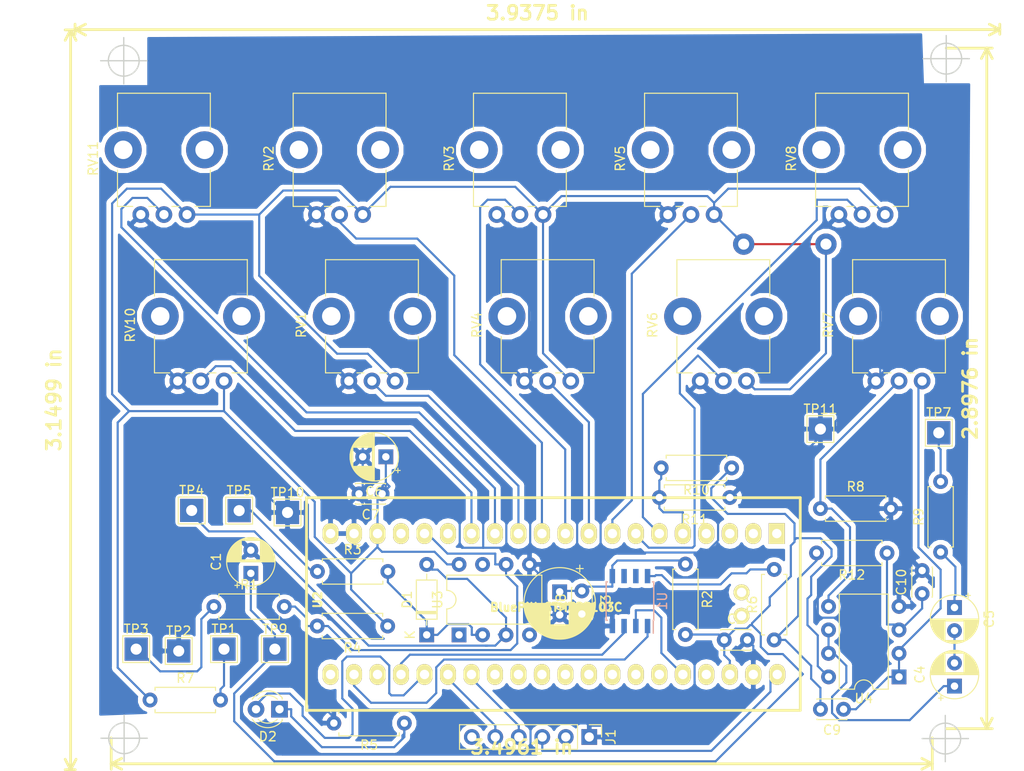
<source format=kicad_pcb>
(kicad_pcb (version 20171130) (host pcbnew 5.0.2+dfsg1-1~bpo9+1)
  (layers (0 F.Cu signal) (31 B.Cu signal) (34 B.Paste user) (35 F.Paste user) (36 B.SilkS user) (37 F.SilkS user) (38 B.Mask user) (39 F.Mask user) (44 Edge.Cuts user))
  (net 0 "")
  (net 1 "Net-(D1-Pad1)")
  (net 2 "Net-(D1-Pad2)")
  (net 3 "Net-(RV6-Pad2)")
  (net 4 "Net-(RV5-Pad2)")
  (net 5 "Net-(RV4-Pad2)")
  (net 6 "Net-(RV3-Pad2)")
  (net 7 "Net-(RV2-Pad2)")
  (net 8 "Net-(RV1-Pad2)")
  (net 9 "Net-(R1-Pad2)")
  (net 10 +3V3)
  (net 11 GND)
  (net 12 "Net-(D2-Pad2)")
  (net 13 "Net-(J1-Pad4)")
  (net 14 "Net-(J1-Pad3)")
  (net 15 "Net-(D2-Pad1)")
  (net 16 "Net-(R1-Pad1)")
  (net 17 "Net-(R3-Pad1)")
  (net 18 "Net-(R8-Pad1)")
  (net 19 "Net-(RV8-Pad2)")
  (net 20 "Net-(J1-Pad5)")
  (net 21 DAC_out)
  (net 22 "Net-(R7-Pad2)")
  (net 23 "Net-(RV10-Pad2)")
  (net 24 "Net-(RV11-Pad2)")
  (net 25 "Net-(U1-Pad2)")
  (net 26 "Net-(U1-Pad3)")
  (net 27 "Net-(C4-Pad1)")
  (net 28 "Net-(C4-Pad2)")
  (net 29 "Net-(C5-Pad1)")
  (net 30 "Net-(R9-Pad2)")
  (net 31 "Net-(R10-Pad2)")
  (net 32 "Net-(C9-Pad2)")
  (net 33 "Net-(C10-Pad1)")
  (net 34 batt+)
  (net 35 "Net-(R6-Pad2)")
  (net 36 "Net-(U1-Pad1)")
  (net 37 "Net-(C3-Pad1)")
  (module Potentiometer_THT:Potentiometer_Alps_RK09K_Single_Vertical (layer F.Cu) (at 74.5 39 90)
    (fp_text reference RV2 (at 6.05 -10.15 90) (layer F.SilkS))
    (fp_text value 10K)
    (pad 3 thru_hole circle (at 0 -5 90) (size 1.8 1.8) (drill 1) (layers *.Cu *.Mask) (net 11 GND))
    (pad 2 thru_hole circle (at 0 -2.5 90) (size 1.8 1.8) (drill 1) (layers *.Cu *.Mask) (net 7 "Net-(RV2-Pad2)"))
    (pad 1 thru_hole circle (at 0 0 90) (size 1.8 1.8) (drill 1) (layers *.Cu *.Mask) (net 10 +3V3))
    (pad "" np_thru_hole circle (at 7 -6.9 90) (size 4 4) (drill 2) (layers *.Cu *.Mask))
    (pad "" np_thru_hole circle (at 7 1.9 90) (size 4 4) (drill 2) (layers *.Cu *.Mask))
  )
  (module BluePill_breakouts:BluePill_STM32F103C (layer F.Cu) (at 119.23 73.5 270)
    (fp_text reference U2 (at 7.1628 49.6062 90) (layer F.SilkS) (effects (font (size 0.889 0.889) (thickness 0.3048))))
    (fp_text value BluePill_STM32F103C (at 7.9756 23.7998) (layer F.SilkS) (effects (font (size 0.889 0.889) (thickness 0.22225))))
    (pad 1 thru_hole rect (at 0 -0.0508 180) (size 1.7272 2.25) (drill 1.016) (layers *.Cu *.Mask F.SilkS))
    (pad 2 thru_hole oval (at 0 2.4892 180) (size 1.7272 2.25) (drill 1.016) (layers *.Cu *.Mask F.SilkS))
    (pad 3 thru_hole oval (at 0 5.0292 180) (size 1.7272 2.25) (drill 1.016) (layers *.Cu *.Mask F.SilkS))
    (pad 4 thru_hole oval (at 0 7.5692 180) (size 1.7272 2.25) (drill 1.016) (layers *.Cu *.Mask F.SilkS))
    (pad 5 thru_hole oval (at 0 10.1092 180) (size 1.7272 2.25) (drill 1.016) (layers *.Cu *.Mask F.SilkS) (net 31 "Net-(R10-Pad2)"))
    (pad 6 thru_hole oval (at 0 12.6492 180) (size 1.7272 2.25) (drill 1.016) (layers *.Cu *.Mask F.SilkS) (net 19 "Net-(RV8-Pad2)"))
    (pad 7 thru_hole oval (at 0 15.1892 180) (size 1.7272 2.25) (drill 1.016) (layers *.Cu *.Mask F.SilkS) (net 3 "Net-(RV6-Pad2)"))
    (pad 8 thru_hole oval (at 0 17.7292 180) (size 1.7272 2.25) (drill 1.016) (layers *.Cu *.Mask F.SilkS) (net 4 "Net-(RV5-Pad2)"))
    (pad 9 thru_hole oval (at 0 20.2692 180) (size 1.7272 2.25) (drill 1.016) (layers *.Cu *.Mask F.SilkS) (net 5 "Net-(RV4-Pad2)"))
    (pad 10 thru_hole oval (at 0 22.8092 180) (size 1.7272 2.25) (drill 1.016) (layers *.Cu *.Mask F.SilkS) (net 6 "Net-(RV3-Pad2)"))
    (pad 11 thru_hole oval (at 0 25.3492 180) (size 1.7272 2.25) (drill 1.016) (layers *.Cu *.Mask F.SilkS) (net 7 "Net-(RV2-Pad2)"))
    (pad 12 thru_hole oval (at 0 27.8892 180) (size 1.7272 2.25) (drill 1.016) (layers *.Cu *.Mask F.SilkS) (net 8 "Net-(RV1-Pad2)"))
    (pad 13 thru_hole oval (at 0 30.4292 180) (size 1.7272 2.25) (drill 1.016) (layers *.Cu *.Mask F.SilkS) (net 24 "Net-(RV11-Pad2)"))
    (pad 14 thru_hole oval (at 0 32.9692 180) (size 1.7272 2.25) (drill 1.016) (layers *.Cu *.Mask F.SilkS) (net 23 "Net-(RV10-Pad2)"))
    (pad 15 thru_hole oval (at 0 35.5092 180) (size 1.7272 2.25) (drill 1.016) (layers *.Cu *.Mask F.SilkS))
    (pad 16 thru_hole oval (at 0 38.0492 180) (size 1.7272 2.25) (drill 1.016) (layers *.Cu *.Mask F.SilkS) (net 9 "Net-(R1-Pad2)"))
    (pad 17 thru_hole oval (at 0 40.5892 180) (size 1.7272 2.25) (drill 1.016) (layers *.Cu *.Mask F.SilkS))
    (pad 18 thru_hole oval (at 0 43.1292 180) (size 1.7272 2.25) (drill 1.016) (layers *.Cu *.Mask F.SilkS) (net 10 +3V3))
    (pad 19 thru_hole oval (at 0 45.6692 180) (size 1.7272 2.25) (drill 1.016) (layers *.Cu *.Mask F.SilkS) (net 11 GND))
    (pad 20 thru_hole oval (at 0 48.2092 180) (size 1.7272 2.25) (drill 1.016) (layers *.Cu *.Mask F.SilkS) (net 11 GND))
    (pad 21 thru_hole oval (at 15.24 48.2092) (size 1.7272 2.25) (drill 1.016) (layers *.Cu *.Mask F.SilkS))
    (pad 22 thru_hole oval (at 15.24 45.6692) (size 1.7272 2.25) (drill 1.016) (layers *.Cu *.Mask F.SilkS) (net 36 "Net-(U1-Pad1)"))
    (pad 23 thru_hole oval (at 15.24 43.1292) (size 1.7272 2.25) (drill 1.016) (layers *.Cu *.Mask F.SilkS))
    (pad 24 thru_hole oval (at 15.24 40.5892) (size 1.7272 2.25) (drill 1.016) (layers *.Cu *.Mask F.SilkS) (net 26 "Net-(U1-Pad3)"))
    (pad 25 thru_hole oval (at 15.24 38.0492) (size 1.7272 2.25) (drill 1.016) (layers *.Cu *.Mask F.SilkS) (net 12 "Net-(D2-Pad2)"))
    (pad 26 thru_hole oval (at 15.24 35.5092) (size 1.7272 2.25) (drill 1.016) (layers *.Cu *.Mask F.SilkS) (net 20 "Net-(J1-Pad5)"))
    (pad 27 thru_hole oval (at 15.24 32.9692) (size 1.7272 2.25) (drill 1.016) (layers *.Cu *.Mask F.SilkS) (net 13 "Net-(J1-Pad4)"))
    (pad 28 thru_hole oval (at 15.24 30.4292) (size 1.7272 2.25) (drill 1.016) (layers *.Cu *.Mask F.SilkS))
    (pad 29 thru_hole oval (at 15.24 27.8892) (size 1.7272 2.25) (drill 1.016) (layers *.Cu *.Mask F.SilkS))
    (pad 30 thru_hole oval (at 15.24 25.3492) (size 1.7272 2.25) (drill 1.016) (layers *.Cu *.Mask F.SilkS))
    (pad 31 thru_hole oval (at 15.24 22.8092) (size 1.7272 2.25) (drill 1.016) (layers *.Cu *.Mask F.SilkS))
    (pad 32 thru_hole oval (at 15.24 20.2692) (size 1.7272 2.25) (drill 1.016) (layers *.Cu *.Mask F.SilkS))
    (pad 33 thru_hole oval (at 15.24 17.7292) (size 1.7272 2.25) (drill 1.016) (layers *.Cu *.Mask F.SilkS))
    (pad 34 thru_hole oval (at 15.24 15.1892) (size 1.7272 2.25) (drill 1.016) (layers *.Cu *.Mask F.SilkS))
    (pad 35 thru_hole oval (at 15.24 12.6492) (size 1.7272 2.25) (drill 1.016) (layers *.Cu *.Mask F.SilkS))
    (pad 36 thru_hole oval (at 15.24 10.1092) (size 1.7272 2.25) (drill 1.016) (layers *.Cu *.Mask F.SilkS) (net 25 "Net-(U1-Pad2)"))
    (pad 37 thru_hole oval (at 15.24 7.5692) (size 1.7272 2.25) (drill 1.016) (layers *.Cu *.Mask F.SilkS))
    (pad 38 thru_hole oval (at 15.24 5.0292) (size 1.7272 2.25) (drill 1.016) (layers *.Cu *.Mask F.SilkS) (net 34 batt+))
    (pad 39 thru_hole oval (at 15.24 2.4892) (size 1.7272 2.25) (drill 1.016) (layers *.Cu *.Mask F.SilkS) (net 11 GND))
    (pad 40 thru_hole oval (at 15.24 -0.1016) (size 1.7272 2.25) (drill 1.016) (layers *.Cu *.Mask F.SilkS) (net 14 "Net-(J1-Pad3)"))
    (pad 41 thru_hole oval (at 8.9 3.7592) (size 1.7272 1.7272) (drill 1.016) (layers *.Cu *.Mask F.SilkS))
    (pad 42 thru_hole oval (at 6.36 3.7592) (size 1.7272 1.7272) (drill 1.016) (layers *.Cu *.Mask F.SilkS))
  )
  (module Diode_THT:D_DO-35_SOD27_P7.62mm_Horizontal (layer F.Cu) (at 81.4206 84.4555 90)
    (fp_text reference D1 (at 3.81 -2.12 90) (layer F.SilkS))
    (fp_text value 1N914)
    (fp_text user K (at 0 -1.8 90) (layer F.SilkS))
    (pad 1 thru_hole rect (at 0 0 90) (size 1.6 1.6) (drill 0.8) (layers *.Cu *.Mask) (net 1 "Net-(D1-Pad1)"))
    (pad 2 thru_hole oval (at 7.62 0 90) (size 1.6 1.6) (drill 0.8) (layers *.Cu *.Mask) (net 2 "Net-(D1-Pad2)"))
  )
  (module LED_THT:LED_D3.0mm (layer F.Cu) (at 65.5 92.5 180)
    (fp_text reference D2 (at 1.27 -2.96 180) (layer F.SilkS))
    (fp_text value LED)
    (pad 1 thru_hole rect (at 0 0 180) (size 1.8 1.8) (drill 0.9) (layers *.Cu *.Mask) (net 15 "Net-(D2-Pad1)"))
    (pad 2 thru_hole circle (at 2.54 0 180) (size 1.8 1.8) (drill 0.9) (layers *.Cu *.Mask) (net 12 "Net-(D2-Pad2)"))
  )
  (module Resistor_THT:R_Axial_DIN0207_L6.3mm_D2.5mm_P7.62mm_Horizontal (layer F.Cu) (at 58.4 81.4)
    (fp_text reference R1 (at 3.81 -2.37) (layer F.SilkS))
    (fp_text value 10)
    (pad 1 thru_hole circle (at 0 0) (size 1.6 1.6) (drill 0.8) (layers *.Cu *.Mask) (net 16 "Net-(R1-Pad1)"))
    (pad 2 thru_hole oval (at 7.62 0) (size 1.6 1.6) (drill 0.8) (layers *.Cu *.Mask) (net 9 "Net-(R1-Pad2)"))
  )
  (module Resistor_THT:R_Axial_DIN0207_L6.3mm_D2.5mm_P7.62mm_Horizontal (layer F.Cu) (at 109.4 76.8 270)
    (fp_text reference R2 (at 3.81 -2.37 270) (layer F.SilkS))
    (fp_text value 10)
    (pad 1 thru_hole circle (at 0 0 270) (size 1.6 1.6) (drill 0.8) (layers *.Cu *.Mask) (net 37 "Net-(C3-Pad1)"))
    (pad 2 thru_hole oval (at 7.62 0 270) (size 1.6 1.6) (drill 0.8) (layers *.Cu *.Mask) (net 34 batt+))
  )
  (module Resistor_THT:R_Axial_DIN0207_L6.3mm_D2.5mm_P7.62mm_Horizontal (layer F.Cu) (at 69.6 77.6)
    (fp_text reference R3 (at 3.81 -2.37) (layer F.SilkS))
    (fp_text value 220)
    (pad 2 thru_hole oval (at 7.62 0) (size 1.6 1.6) (drill 0.8) (layers *.Cu *.Mask) (net 1 "Net-(D1-Pad1)"))
    (pad 1 thru_hole circle (at 0 0) (size 1.6 1.6) (drill 0.8) (layers *.Cu *.Mask) (net 17 "Net-(R3-Pad1)"))
  )
  (module Resistor_THT:R_Axial_DIN0207_L6.3mm_D2.5mm_P7.62mm_Horizontal (layer F.Cu) (at 77.2 83.5 180)
    (fp_text reference R4 (at 3.81 -2.37 180) (layer F.SilkS))
    (fp_text value 220)
    (pad 1 thru_hole circle (at 0 0 180) (size 1.6 1.6) (drill 0.8) (layers *.Cu *.Mask) (net 10 +3V3))
    (pad 2 thru_hole oval (at 7.62 0 180) (size 1.6 1.6) (drill 0.8) (layers *.Cu *.Mask) (net 9 "Net-(R1-Pad2)"))
  )
  (module Resistor_THT:R_Axial_DIN0207_L6.3mm_D2.5mm_P7.62mm_Horizontal (layer F.Cu) (at 79 94 180)
    (fp_text reference R5 (at 3.81 -2.37 180) (layer F.SilkS))
    (fp_text value 220)
    (pad 1 thru_hole circle (at 0 0 180) (size 1.6 1.6) (drill 0.8) (layers *.Cu *.Mask) (net 15 "Net-(D2-Pad1)"))
    (pad 2 thru_hole oval (at 7.62 0 180) (size 1.6 1.6) (drill 0.8) (layers *.Cu *.Mask) (net 11 GND))
  )
  (module Resistor_THT:R_Axial_DIN0207_L6.3mm_D2.5mm_P7.62mm_Horizontal (layer F.Cu) (at 119 85 90)
    (fp_text reference R6 (at 3.81 -2.37 90) (layer F.SilkS))
    (fp_text value 10k)
    (pad 2 thru_hole oval (at 7.62 0 90) (size 1.6 1.6) (drill 0.8) (layers *.Cu *.Mask) (net 35 "Net-(R6-Pad2)"))
    (pad 1 thru_hole circle (at 0 0 90) (size 1.6 1.6) (drill 0.8) (layers *.Cu *.Mask) (net 32 "Net-(C9-Pad2)"))
  )
  (module Potentiometer_THT:Potentiometer_Alps_RK09K_Single_Vertical (layer F.Cu) (at 78 57 90)
    (fp_text reference RV1 (at 6.05 -10.15 90) (layer F.SilkS))
    (fp_text value 10K)
    (pad "" np_thru_hole circle (at 7 1.9 90) (size 4 4) (drill 2) (layers *.Cu *.Mask))
    (pad "" np_thru_hole circle (at 7 -6.9 90) (size 4 4) (drill 2) (layers *.Cu *.Mask))
    (pad 1 thru_hole circle (at 0 0 90) (size 1.8 1.8) (drill 1) (layers *.Cu *.Mask) (net 10 +3V3))
    (pad 2 thru_hole circle (at 0 -2.5 90) (size 1.8 1.8) (drill 1) (layers *.Cu *.Mask) (net 8 "Net-(RV1-Pad2)"))
    (pad 3 thru_hole circle (at 0 -5 90) (size 1.8 1.8) (drill 1) (layers *.Cu *.Mask) (net 11 GND))
  )
  (module Potentiometer_THT:Potentiometer_Alps_RK09K_Single_Vertical (layer F.Cu) (at 94 39 90)
    (fp_text reference RV3 (at 6.05 -10.15 90) (layer F.SilkS))
    (fp_text value 10K)
    (pad 3 thru_hole circle (at 0 -5 90) (size 1.8 1.8) (drill 1) (layers *.Cu *.Mask) (net 11 GND))
    (pad 2 thru_hole circle (at 0 -2.5 90) (size 1.8 1.8) (drill 1) (layers *.Cu *.Mask) (net 6 "Net-(RV3-Pad2)"))
    (pad 1 thru_hole circle (at 0 0 90) (size 1.8 1.8) (drill 1) (layers *.Cu *.Mask) (net 10 +3V3))
    (pad "" np_thru_hole circle (at 7 -6.9 90) (size 4 4) (drill 2) (layers *.Cu *.Mask))
    (pad "" np_thru_hole circle (at 7 1.9 90) (size 4 4) (drill 2) (layers *.Cu *.Mask))
  )
  (module Potentiometer_THT:Potentiometer_Alps_RK09K_Single_Vertical (layer F.Cu) (at 97 57 90)
    (fp_text reference RV4 (at 6.05 -10.15 90) (layer F.SilkS))
    (fp_text value 10K)
    (pad "" np_thru_hole circle (at 7 1.9 90) (size 4 4) (drill 2) (layers *.Cu *.Mask))
    (pad "" np_thru_hole circle (at 7 -6.9 90) (size 4 4) (drill 2) (layers *.Cu *.Mask))
    (pad 1 thru_hole circle (at 0 0 90) (size 1.8 1.8) (drill 1) (layers *.Cu *.Mask) (net 10 +3V3))
    (pad 2 thru_hole circle (at 0 -2.5 90) (size 1.8 1.8) (drill 1) (layers *.Cu *.Mask) (net 5 "Net-(RV4-Pad2)"))
    (pad 3 thru_hole circle (at 0 -5 90) (size 1.8 1.8) (drill 1) (layers *.Cu *.Mask) (net 11 GND))
  )
  (module Potentiometer_THT:Potentiometer_Alps_RK09K_Single_Vertical (layer F.Cu) (at 112.5 39 90)
    (fp_text reference RV5 (at 6.05 -10.15 90) (layer F.SilkS))
    (fp_text value 10K)
    (pad 3 thru_hole circle (at 0 -5 90) (size 1.8 1.8) (drill 1) (layers *.Cu *.Mask) (net 11 GND))
    (pad 2 thru_hole circle (at 0 -2.5 90) (size 1.8 1.8) (drill 1) (layers *.Cu *.Mask) (net 4 "Net-(RV5-Pad2)"))
    (pad 1 thru_hole circle (at 0 0 90) (size 1.8 1.8) (drill 1) (layers *.Cu *.Mask) (net 10 +3V3))
    (pad "" np_thru_hole circle (at 7 -6.9 90) (size 4 4) (drill 2) (layers *.Cu *.Mask))
    (pad "" np_thru_hole circle (at 7 1.9 90) (size 4 4) (drill 2) (layers *.Cu *.Mask))
  )
  (module Potentiometer_THT:Potentiometer_Alps_RK09K_Single_Vertical (layer F.Cu) (at 116 57 90)
    (fp_text reference RV6 (at 6.05 -10.15 90) (layer F.SilkS))
    (fp_text value 10K)
    (pad "" np_thru_hole circle (at 7 1.9 90) (size 4 4) (drill 2) (layers *.Cu *.Mask))
    (pad "" np_thru_hole circle (at 7 -6.9 90) (size 4 4) (drill 2) (layers *.Cu *.Mask))
    (pad 1 thru_hole circle (at 0 0 90) (size 1.8 1.8) (drill 1) (layers *.Cu *.Mask) (net 10 +3V3))
    (pad 2 thru_hole circle (at 0 -2.5 90) (size 1.8 1.8) (drill 1) (layers *.Cu *.Mask) (net 3 "Net-(RV6-Pad2)"))
    (pad 3 thru_hole circle (at 0 -5 90) (size 1.8 1.8) (drill 1) (layers *.Cu *.Mask) (net 11 GND))
  )
  (module Potentiometer_THT:Potentiometer_Alps_RK09K_Single_Vertical (layer F.Cu) (at 135 57 90)
    (fp_text reference RV7 (at 6.05 -10.15 90) (layer F.SilkS))
    (fp_text value 10K)
    (pad 3 thru_hole circle (at 0 -5 90) (size 1.8 1.8) (drill 1) (layers *.Cu *.Mask) (net 11 GND))
    (pad 2 thru_hole circle (at 0 -2.5 90) (size 1.8 1.8) (drill 1) (layers *.Cu *.Mask) (net 18 "Net-(R8-Pad1)"))
    (pad 1 thru_hole circle (at 0 0 90) (size 1.8 1.8) (drill 1) (layers *.Cu *.Mask) (net 21 DAC_out))
    (pad "" np_thru_hole circle (at 7 -6.9 90) (size 4 4) (drill 2) (layers *.Cu *.Mask))
    (pad "" np_thru_hole circle (at 7 1.9 90) (size 4 4) (drill 2) (layers *.Cu *.Mask))
  )
  (module Potentiometer_THT:Potentiometer_Alps_RK09K_Single_Vertical (layer F.Cu) (at 131 39 90)
    (fp_text reference RV8 (at 6.05 -10.15 90) (layer F.SilkS))
    (fp_text value 10K)
    (pad "" np_thru_hole circle (at 7 1.9 90) (size 4 4) (drill 2) (layers *.Cu *.Mask))
    (pad "" np_thru_hole circle (at 7 -6.9 90) (size 4 4) (drill 2) (layers *.Cu *.Mask))
    (pad 1 thru_hole circle (at 0 0 90) (size 1.8 1.8) (drill 1) (layers *.Cu *.Mask) (net 10 +3V3))
    (pad 2 thru_hole circle (at 0 -2.5 90) (size 1.8 1.8) (drill 1) (layers *.Cu *.Mask) (net 19 "Net-(RV8-Pad2)"))
    (pad 3 thru_hole circle (at 0 -5 90) (size 1.8 1.8) (drill 1) (layers *.Cu *.Mask) (net 11 GND))
  )
  (module TestPoint:TestPoint_THTPad_2.5x2.5mm_Drill1.2mm (layer F.Cu) (at 59.5 86)
    (fp_text reference TP1 (at 0 -2.148) (layer F.SilkS))
    (fp_text value T4)
    (pad 1 thru_hole rect (at 0 0) (size 2.5 2.5) (drill 1.2) (layers *.Cu *.Mask) (net 22 "Net-(R7-Pad2)"))
  )
  (module TestPoint:TestPoint_THTPad_2.5x2.5mm_Drill1.2mm (layer F.Cu) (at 54.6 86.2)
    (fp_text reference TP2 (at 0 -2.148) (layer F.SilkS))
    (fp_text value T2)
    (pad 1 thru_hole rect (at 0 0) (size 2.5 2.5) (drill 1.2) (layers *.Cu *.Mask) (net 11 GND))
  )
  (module TestPoint:TestPoint_THTPad_2.5x2.5mm_Drill1.2mm (layer F.Cu) (at 50 86)
    (fp_text reference TP3 (at 0 -2.148) (layer F.SilkS))
    (fp_text value T5)
    (pad 1 thru_hole rect (at 0 0) (size 2.5 2.5) (drill 1.2) (layers *.Cu *.Mask) (net 16 "Net-(R1-Pad1)"))
  )
  (module TestPoint:TestPoint_THTPad_2.5x2.5mm_Drill1.2mm (layer F.Cu) (at 56 71)
    (fp_text reference TP4 (at 0 -2.148) (layer F.SilkS))
    (fp_text value IN5)
    (pad 1 thru_hole rect (at 0 0) (size 2.5 2.5) (drill 1.2) (layers *.Cu *.Mask) (net 2 "Net-(D1-Pad2)"))
  )
  (module TestPoint:TestPoint_THTPad_2.5x2.5mm_Drill1.2mm (layer F.Cu) (at 61.1364 71.0184)
    (fp_text reference TP5 (at 0 -2.148) (layer F.SilkS))
    (fp_text value IN4)
    (pad 1 thru_hole rect (at 0 0) (size 2.5 2.5) (drill 1.2) (layers *.Cu *.Mask) (net 17 "Net-(R3-Pad1)"))
  )
  (module TestPoint:TestPoint_THTPad_2.5x2.5mm_Drill1.2mm (layer F.Cu) (at 136.8 62.6)
    (fp_text reference TP7 (at 0 -2.148) (layer F.SilkS))
    (fp_text value out1)
    (pad 1 thru_hole rect (at 0 0) (size 2.5 2.5) (drill 1.2) (layers *.Cu *.Mask) (net 30 "Net-(R9-Pad2)"))
  )
  (module TestPoint:TestPoint_THTPad_2.5x2.5mm_Drill1.2mm (layer F.Cu) (at 65 86)
    (fp_text reference TP9 (at 0 -2.148) (layer F.SilkS))
    (fp_text value Batt+)
    (pad 1 thru_hole rect (at 0 0) (size 2.5 2.5) (drill 1.2) (layers *.Cu *.Mask) (net 34 batt+))
  )
  (module TestPoint:TestPoint_THTPad_2.5x2.5mm_Drill1.2mm (layer F.Cu) (at 66.3688 71.2216)
    (fp_text reference TP10 (at 0 -2.148) (layer F.SilkS))
    (fp_text value Batt-)
    (pad 1 thru_hole rect (at 0 0) (size 2.5 2.5) (drill 1.2) (layers *.Cu *.Mask) (net 11 GND))
  )
  (module TestPoint:TestPoint_THTPad_2.5x2.5mm_Drill1.2mm (layer F.Cu) (at 124 62.2)
    (fp_text reference TP11 (at 0 -2.148) (layer F.SilkS))
    (fp_text value GND)
    (pad 1 thru_hole rect (at 0 0) (size 2.5 2.5) (drill 1.2) (layers *.Cu *.Mask) (net 11 GND))
  )
  (module Resistor_THT:R_Axial_DIN0207_L6.3mm_D2.5mm_P7.62mm_Horizontal (layer F.Cu) (at 124 70.8)
    (fp_text reference R8 (at 3.81 -2.37) (layer F.SilkS))
    (fp_text value 1k)
    (pad 2 thru_hole oval (at 7.62 0) (size 1.6 1.6) (drill 0.8) (layers *.Cu *.Mask) (net 11 GND))
    (pad 1 thru_hole circle (at 0 0) (size 1.6 1.6) (drill 0.8) (layers *.Cu *.Mask) (net 18 "Net-(R8-Pad1)"))
  )
  (module Connector_PinHeader_2.54mm:PinHeader_1x06_P2.54mm_Vertical (layer F.Cu) (at 99 95.5 270)
    (fp_text reference J1 (at 0 -2.33 270) (layer F.SilkS))
    (fp_text value Conn_01x06_Female)
    (pad 1 thru_hole rect (at 0 0 270) (size 1.7 1.7) (drill 1) (layers *.Cu *.Mask) (net 11 GND))
    (pad 2 thru_hole oval (at 0 2.54 270) (size 1.7 1.7) (drill 1) (layers *.Cu *.Mask))
    (pad 3 thru_hole oval (at 0 5.08 270) (size 1.7 1.7) (drill 1) (layers *.Cu *.Mask) (net 14 "Net-(J1-Pad3)"))
    (pad 4 thru_hole oval (at 0 7.62 270) (size 1.7 1.7) (drill 1) (layers *.Cu *.Mask) (net 13 "Net-(J1-Pad4)"))
    (pad 5 thru_hole oval (at 0 10.16 270) (size 1.7 1.7) (drill 1) (layers *.Cu *.Mask) (net 20 "Net-(J1-Pad5)"))
    (pad 6 thru_hole oval (at 0 12.7 270) (size 1.7 1.7) (drill 1) (layers *.Cu *.Mask))
  )
  (module Resistor_THT:R_Axial_DIN0207_L6.3mm_D2.5mm_P7.62mm_Horizontal (layer F.Cu) (at 51.5 91.5)
    (fp_text reference R7 (at 3.81 -2.37) (layer F.SilkS))
    (fp_text value 33)
    (pad 1 thru_hole circle (at 0 0) (size 1.6 1.6) (drill 0.8) (layers *.Cu *.Mask) (net 10 +3V3))
    (pad 2 thru_hole oval (at 7.62 0) (size 1.6 1.6) (drill 0.8) (layers *.Cu *.Mask) (net 22 "Net-(R7-Pad2)"))
  )
  (module Potentiometer_THT:Potentiometer_Alps_RK09K_Single_Vertical (layer F.Cu) (at 59.5 57 90)
    (fp_text reference RV10 (at 6.05 -10.15 90) (layer F.SilkS))
    (fp_text value 10K)
    (pad "" np_thru_hole circle (at 7 1.9 90) (size 4 4) (drill 2) (layers *.Cu *.Mask))
    (pad "" np_thru_hole circle (at 7 -6.9 90) (size 4 4) (drill 2) (layers *.Cu *.Mask))
    (pad 1 thru_hole circle (at 0 0 90) (size 1.8 1.8) (drill 1) (layers *.Cu *.Mask) (net 10 +3V3))
    (pad 2 thru_hole circle (at 0 -2.5 90) (size 1.8 1.8) (drill 1) (layers *.Cu *.Mask) (net 23 "Net-(RV10-Pad2)"))
    (pad 3 thru_hole circle (at 0 -5 90) (size 1.8 1.8) (drill 1) (layers *.Cu *.Mask) (net 11 GND))
  )
  (module Potentiometer_THT:Potentiometer_Alps_RK09K_Single_Vertical (layer F.Cu) (at 55.5 39 90)
    (fp_text reference RV11 (at 6.05 -10.15 90) (layer F.SilkS))
    (fp_text value 10K)
    (pad 3 thru_hole circle (at 0 -5 90) (size 1.8 1.8) (drill 1) (layers *.Cu *.Mask) (net 11 GND))
    (pad 2 thru_hole circle (at 0 -2.5 90) (size 1.8 1.8) (drill 1) (layers *.Cu *.Mask) (net 24 "Net-(RV11-Pad2)"))
    (pad 1 thru_hole circle (at 0 0 90) (size 1.8 1.8) (drill 1) (layers *.Cu *.Mask) (net 10 +3V3))
    (pad "" np_thru_hole circle (at 7 -6.9 90) (size 4 4) (drill 2) (layers *.Cu *.Mask))
    (pad "" np_thru_hole circle (at 7 1.9 90) (size 4 4) (drill 2) (layers *.Cu *.Mask))
  )
  (module Package_DIP:DIP-8_W7.62mm (layer F.Cu) (at 84.9206 84.4555 90)
    (fp_text reference U3 (at 3.81 -2.33 90) (layer F.SilkS))
    (fp_text value 6N138)
    (pad 8 thru_hole oval (at 7.62 0 90) (size 1.6 1.6) (drill 0.8) (layers *.Cu *.Mask) (net 10 +3V3))
    (pad 4 thru_hole oval (at 0 7.62 90) (size 1.6 1.6) (drill 0.8) (layers *.Cu *.Mask))
    (pad 7 thru_hole oval (at 7.62 2.54 90) (size 1.6 1.6) (drill 0.8) (layers *.Cu *.Mask))
    (pad 3 thru_hole oval (at 0 5.08 90) (size 1.6 1.6) (drill 0.8) (layers *.Cu *.Mask) (net 2 "Net-(D1-Pad2)"))
    (pad 6 thru_hole oval (at 7.62 5.08 90) (size 1.6 1.6) (drill 0.8) (layers *.Cu *.Mask) (net 9 "Net-(R1-Pad2)"))
    (pad 2 thru_hole oval (at 0 2.54 90) (size 1.6 1.6) (drill 0.8) (layers *.Cu *.Mask) (net 1 "Net-(D1-Pad1)"))
    (pad 5 thru_hole oval (at 7.62 7.62 90) (size 1.6 1.6) (drill 0.8) (layers *.Cu *.Mask) (net 11 GND))
    (pad 1 thru_hole rect (at 0 0 90) (size 1.6 1.6) (drill 0.8) (layers *.Cu *.Mask))
  )
  (module Capacitor_THT:CP_Radial_D5.0mm_P2.50mm (layer F.Cu) (at 62.4 77.8 90)
    (fp_text reference C1 (at 1.25 -3.75 90) (layer F.SilkS))
    (fp_text value 100u_chem)
    (pad 1 thru_hole rect (at 0 0 90) (size 1.6 1.6) (drill 0.8) (layers *.Cu *.Mask) (net 34 batt+))
    (pad 2 thru_hole circle (at 2.5 0 90) (size 1.6 1.6) (drill 0.8) (layers *.Cu *.Mask) (net 11 GND))
  )
  (module Capacitor_THT:CP_Radial_D5.0mm_P2.50mm (layer F.Cu) (at 138.5 90 90)
    (fp_text reference C4 (at 1.25 -3.75 90) (layer F.SilkS))
    (fp_text value 10u)
    (pad 1 thru_hole rect (at 0 0 90) (size 1.6 1.6) (drill 0.8) (layers *.Cu *.Mask) (net 27 "Net-(C4-Pad1)"))
    (pad 2 thru_hole circle (at 2.5 0 90) (size 1.6 1.6) (drill 0.8) (layers *.Cu *.Mask) (net 28 "Net-(C4-Pad2)"))
  )
  (module Capacitor_THT:CP_Radial_D5.0mm_P2.50mm (layer F.Cu) (at 138.5 81.5 270)
    (fp_text reference C5 (at 1.25 -3.75 270) (layer F.SilkS))
    (fp_text value 10u)
    (pad 2 thru_hole circle (at 2.5 0 270) (size 1.6 1.6) (drill 0.8) (layers *.Cu *.Mask) (net 28 "Net-(C4-Pad2)"))
    (pad 1 thru_hole rect (at 0 0 270) (size 1.6 1.6) (drill 0.8) (layers *.Cu *.Mask) (net 29 "Net-(C5-Pad1)"))
  )
  (module Resistor_THT:R_Axial_DIN0207_L6.3mm_D2.5mm_P7.62mm_Horizontal (layer F.Cu) (at 137 75.5 90)
    (fp_text reference R9 (at 3.81 -2.37 90) (layer F.SilkS))
    (fp_text value 100R)
    (pad 1 thru_hole circle (at 0 0 90) (size 1.6 1.6) (drill 0.8) (layers *.Cu *.Mask) (net 29 "Net-(C5-Pad1)"))
    (pad 2 thru_hole oval (at 7.62 0 90) (size 1.6 1.6) (drill 0.8) (layers *.Cu *.Mask) (net 30 "Net-(R9-Pad2)"))
  )
  (module Package_DIP:DIP-8_W7.62mm (layer F.Cu) (at 132.5 89 180)
    (fp_text reference U4 (at 3.81 -2.33 180) (layer F.SilkS))
    (fp_text value LM358)
    (pad 1 thru_hole rect (at 0 0 180) (size 1.6 1.6) (drill 0.8) (layers *.Cu *.Mask) (net 21 DAC_out))
    (pad 5 thru_hole oval (at 7.62 7.62 180) (size 1.6 1.6) (drill 0.8) (layers *.Cu *.Mask) (net 18 "Net-(R8-Pad1)"))
    (pad 2 thru_hole oval (at 0 2.54 180) (size 1.6 1.6) (drill 0.8) (layers *.Cu *.Mask) (net 21 DAC_out))
    (pad 6 thru_hole oval (at 7.62 5.08 180) (size 1.6 1.6) (drill 0.8) (layers *.Cu *.Mask) (net 27 "Net-(C4-Pad1)"))
    (pad 3 thru_hole oval (at 0 5.08 180) (size 1.6 1.6) (drill 0.8) (layers *.Cu *.Mask) (net 33 "Net-(C10-Pad1)"))
    (pad 7 thru_hole oval (at 7.62 2.54 180) (size 1.6 1.6) (drill 0.8) (layers *.Cu *.Mask) (net 27 "Net-(C4-Pad1)"))
    (pad 4 thru_hole oval (at 0 7.62 180) (size 1.6 1.6) (drill 0.8) (layers *.Cu *.Mask) (net 11 GND))
    (pad 8 thru_hole oval (at 7.62 0 180) (size 1.6 1.6) (drill 0.8) (layers *.Cu *.Mask) (net 34 batt+))
  )
  (module Resistor_THT:R_Axial_DIN0207_L6.3mm_D2.5mm_P7.62mm_Horizontal (layer F.Cu) (at 114.4 66.4 180)
    (fp_text reference R10 (at 3.81 -2.37 180) (layer F.SilkS))
    (fp_text value 22k)
    (pad 2 thru_hole oval (at 7.62 0 180) (size 1.6 1.6) (drill 0.8) (layers *.Cu *.Mask) (net 31 "Net-(R10-Pad2)"))
    (pad 1 thru_hole circle (at 0 0 180) (size 1.6 1.6) (drill 0.8) (layers *.Cu *.Mask) (net 34 batt+))
  )
  (module Resistor_THT:R_Axial_DIN0207_L6.3mm_D2.5mm_P7.62mm_Horizontal (layer F.Cu) (at 114.2 69.6 180)
    (fp_text reference R11 (at 3.81 -2.37 180) (layer F.SilkS))
    (fp_text value 22k)
    (pad 1 thru_hole circle (at 0 0 180) (size 1.6 1.6) (drill 0.8) (layers *.Cu *.Mask) (net 11 GND))
    (pad 2 thru_hole oval (at 7.62 0 180) (size 1.6 1.6) (drill 0.8) (layers *.Cu *.Mask) (net 31 "Net-(R10-Pad2)"))
  )
  (module Capacitor_THT:CP_Radial_D5.0mm_P2.50mm (layer F.Cu) (at 77 65.2 180)
    (fp_text reference C6 (at 1.25 -3.75 180) (layer F.SilkS))
    (fp_text value "100u chem")
    (pad 1 thru_hole rect (at 0 0 180) (size 1.6 1.6) (drill 0.8) (layers *.Cu *.Mask) (net 10 +3V3))
    (pad 2 thru_hole circle (at 2.5 0 180) (size 1.6 1.6) (drill 0.8) (layers *.Cu *.Mask) (net 11 GND))
  )
  (module Capacitor_THT:C_Disc_D3.0mm_W2.0mm_P2.50mm (layer F.Cu) (at 76.6 69.2 180)
    (fp_text reference C7 (at 1.25 -2.25 180) (layer F.SilkS))
    (fp_text value "0.1u ceram")
    (pad 1 thru_hole circle (at 0 0 180) (size 1.6 1.6) (drill 0.8) (layers *.Cu *.Mask) (net 10 +3V3))
    (pad 2 thru_hole circle (at 2.5 0 180) (size 1.6 1.6) (drill 0.8) (layers *.Cu *.Mask) (net 11 GND))
  )
  (module Capacitor_THT:C_Disc_D3.0mm_W2.0mm_P2.50mm (layer F.Cu) (at 113.6 85)
    (fp_text reference C2 (at 1.25 -2.25) (layer F.SilkS))
    (fp_text value "0.1u ceram")
    (pad 2 thru_hole circle (at 2.5 0) (size 1.6 1.6) (drill 0.8) (layers *.Cu *.Mask) (net 11 GND))
    (pad 1 thru_hole circle (at 0 0) (size 1.6 1.6) (drill 0.8) (layers *.Cu *.Mask) (net 34 batt+))
  )
  (module Capacitor_THT:C_Disc_D3.0mm_W2.0mm_P2.50mm (layer F.Cu) (at 98.2 82.2 90)
    (fp_text reference C8 (at 1.25 -2.25 90) (layer F.SilkS))
    (fp_text value 100n)
    (pad 1 thru_hole circle (at 0 0 90) (size 1.6 1.6) (drill 0.8) (layers *.Cu *.Mask) (net 11 GND))
    (pad 2 thru_hole circle (at 2.5 0 90) (size 1.6 1.6) (drill 0.8) (layers *.Cu *.Mask) (net 37 "Net-(C3-Pad1)"))
  )
  (module Capacitor_THT:C_Disc_D3.0mm_W2.0mm_P2.50mm (layer F.Cu) (at 126.5 92.5 180)
    (fp_text reference C9 (at 1.25 -2.25 180) (layer F.SilkS))
    (fp_text value 1000p)
    (pad 1 thru_hole circle (at 0 0 180) (size 1.6 1.6) (drill 0.8) (layers *.Cu *.Mask) (net 21 DAC_out))
    (pad 2 thru_hole circle (at 2.5 0 180) (size 1.6 1.6) (drill 0.8) (layers *.Cu *.Mask) (net 32 "Net-(C9-Pad2)"))
  )
  (module Capacitor_THT:C_Disc_D3.0mm_W2.0mm_P2.50mm (layer F.Cu) (at 135 80 90)
    (fp_text reference C10 (at 1.25 -2.25 90) (layer F.SilkS))
    (fp_text value 680p)
    (pad 2 thru_hole circle (at 2.5 0 90) (size 1.6 1.6) (drill 0.8) (layers *.Cu *.Mask) (net 11 GND))
    (pad 1 thru_hole circle (at 0 0 90) (size 1.6 1.6) (drill 0.8) (layers *.Cu *.Mask) (net 33 "Net-(C10-Pad1)"))
  )
  (module Resistor_THT:R_Axial_DIN0207_L6.3mm_D2.5mm_P7.62mm_Horizontal (layer F.Cu) (at 131.2 75.6 180)
    (fp_text reference R12 (at 3.81 -2.37 180) (layer F.SilkS))
    (fp_text value 10k)
    (pad 1 thru_hole circle (at 0 0 180) (size 1.6 1.6) (drill 0.8) (layers *.Cu *.Mask) (net 33 "Net-(C10-Pad1)"))
    (pad 2 thru_hole oval (at 7.62 0 180) (size 1.6 1.6) (drill 0.8) (layers *.Cu *.Mask) (net 32 "Net-(C9-Pad2)"))
  )
  (module Package_SO:SOIC-8_3.9x4.9mm_P1.27mm (layer B.Cu) (at 103.4 80.8 90)
    (fp_text reference U1 (at 0 3.5 90) (layer B.SilkS) (effects (justify mirror)))
    (fp_text value PT8211)
    (pad 1 smd rect (at -2.7 1.905 90) (size 1.55 0.6) (layers B.Cu B.Paste B.Mask) (net 36 "Net-(U1-Pad1)"))
    (pad 2 smd rect (at -2.7 0.635 90) (size 1.55 0.6) (layers B.Cu B.Paste B.Mask) (net 25 "Net-(U1-Pad2)"))
    (pad 3 smd rect (at -2.7 -0.635 90) (size 1.55 0.6) (layers B.Cu B.Paste B.Mask) (net 26 "Net-(U1-Pad3)"))
    (pad 4 smd rect (at -2.7 -1.905 90) (size 1.55 0.6) (layers B.Cu B.Paste B.Mask) (net 11 GND))
    (pad 5 smd rect (at 2.7 -1.905 90) (size 1.55 0.6) (layers B.Cu B.Paste B.Mask) (net 37 "Net-(C3-Pad1)"))
    (pad 6 smd rect (at 2.7 -0.635 90) (size 1.55 0.6) (layers B.Cu B.Paste B.Mask))
    (pad 7 smd rect (at 2.7 0.635 90) (size 1.55 0.6) (layers B.Cu B.Paste B.Mask))
    (pad 8 smd rect (at 2.7 1.905 90) (size 1.55 0.6) (layers B.Cu B.Paste B.Mask) (net 35 "Net-(R6-Pad2)"))
  )
  (module Capacitor_THT:CP_Radial_D7.5mm_P2.50mm (layer F.Cu) (at 95.8 79.8 270)
    (fp_text reference C3 (at 1.25 -5 270) (layer F.SilkS))
    (fp_text value 1000uF)
    (pad 1 thru_hole rect (at 0 0 270) (size 1.6 1.6) (drill 0.8) (layers *.Cu *.Mask) (net 37 "Net-(C3-Pad1)"))
    (pad 2 thru_hole circle (at 2.5 0 270) (size 1.6 1.6) (drill 0.8) (layers *.Cu *.Mask) (net 11 GND))
  )
  (dimension 100.011249 (width 0.3) (layer F.SilkS) (gr_text "100,011 mm" (at 93.395086 16.9) (layer F.SilkS) (effects (font (size 1.5 1.5) (thickness 0.3)))) (feature1 (pts (xy 143.400711 19.5) (xy 143.400711 18.413579))) (feature2 (pts (xy 43.389462 19.5) (xy 43.389462 18.413579))) (crossbar (pts (xy 43.389462 19) (xy 143.400711 19))) (arrow1a (pts (xy 143.400711 19) (xy 142.274207 19.586421))) (arrow1b (pts (xy 143.400711 19) (xy 142.274207 18.413579))) (arrow2a (pts (xy 43.389462 19) (xy 44.515966 19.586421))) (arrow2b (pts (xy 43.389462 19) (xy 44.515966 18.413579))))
  (dimension 80.006249 (width 0.3) (layer F.SilkS) (gr_text "80,006 mm" (at 40.808362 59.033593 270) (layer F.SilkS) (effects (font (size 1.5 1.5) (thickness 0.3)))) (feature1 (pts (xy 43.408361 99.036718) (xy 42.321941 99.036718))) (feature2 (pts (xy 43.408361 19.030469) (xy 42.321941 19.030469))) (crossbar (pts (xy 42.908362 19.030469) (xy 42.908362 99.036718))) (arrow1a (pts (xy 42.908362 99.036718) (xy 42.321941 97.910214))) (arrow1b (pts (xy 42.908362 99.036718) (xy 43.494783 97.910214))) (arrow2a (pts (xy 42.908362 19.030469) (xy 42.321941 20.156973))) (arrow2b (pts (xy 42.908362 19.030469) (xy 43.494783 20.156973))))
  (dimension 88.8 (width 0.3) (layer F.SilkS) (gr_text "88,800 mm" (at 91.7 100.5) (layer F.SilkS) (effects (font (size 1.5 1.5) (thickness 0.3)))) (feature1 (pts (xy 47.3 95.6) (xy 47.3 98.986421))) (feature2 (pts (xy 136.1 95.6) (xy 136.1 98.986421))) (crossbar (pts (xy 136.1 98.4) (xy 47.3 98.4))) (arrow1a (pts (xy 47.3 98.4) (xy 48.426504 97.813579))) (arrow1b (pts (xy 47.3 98.4) (xy 48.426504 98.986421))) (arrow2a (pts (xy 136.1 98.4) (xy 134.973496 97.813579))) (arrow2b (pts (xy 136.1 98.4) (xy 134.973496 98.986421))))
  (dimension 73.6 (width 0.3) (layer F.SilkS) (gr_text "73,600 mm" (at 144.095385 57.8 270) (layer F.SilkS) (effects (font (size 1.5 1.5) (thickness 0.3)))) (feature1 (pts (xy 137.6 94.6) (xy 142.581806 94.6))) (feature2 (pts (xy 137.6 21) (xy 142.581806 21))) (crossbar (pts (xy 141.995385 21) (xy 141.995385 94.6))) (arrow1a (pts (xy 141.995385 94.6) (xy 141.408964 93.473496))) (arrow1b (pts (xy 141.995385 94.6) (xy 142.581806 93.473496))) (arrow2a (pts (xy 141.995385 21) (xy 141.408964 22.126504))) (arrow2b (pts (xy 141.995385 21) (xy 142.581806 22.126504))))
  (target plus (at 137.606637 22.140277) (size 5) (width 0.15) (layer Edge.Cuts))
  (target plus (at 48.656069 22.36536) (size 5) (width 0.15) (layer Edge.Cuts))
  (target plus (at 48.696677 95.633755) (size 5) (width 0.15) (layer Edge.Cuts))
  (target plus (at 137.504583 95.66998) (size 5) (width 0.15) (layer Edge.Cuts))
  (segment (start 86.2953 84.4555) (end 86.2953 83.6544) (width 0.23) (layer B.Cu) (net 1))
  (segment (start 86.2953 83.6544) (end 85.9311 83.2902) (width 0.23) (layer B.Cu) (net 1))
  (segment (start 85.9311 83.2902) (end 83.7512 83.2902) (width 0.23) (layer B.Cu) (net 1))
  (segment (start 83.7512 83.2902) (end 82.5859 84.4555) (width 0.23) (layer B.Cu) (net 1))
  (segment (start 87.4606 84.4555) (end 86.2953 84.4555) (width 0.23) (layer B.Cu) (net 1))
  (segment (start 81.4206 84.4555) (end 82.5859 84.4555) (width 0.23) (layer B.Cu) (net 1))
  (segment (start 77.22 78.7653) (end 81.4206 82.9659) (width 0.23) (layer B.Cu) (net 1))
  (segment (start 81.4206 82.9659) (end 81.4206 84.4555) (width 0.23) (layer B.Cu) (net 1))
  (segment (start 77.22 77.6) (end 77.22 78.7653) (width 0.23) (layer B.Cu) (net 1))
  (segment (start 90.0006 84.4555) (end 89.418 84.4555) (width 0.23) (layer B.Cu) (net 2))
  (segment (start 89.418 84.4555) (end 89.2625 84.4555) (width 0.23) (layer B.Cu) (net 2))
  (segment (start 89.2625 84.4555) (end 89.2128 84.4057) (width 0.23) (layer B.Cu) (net 2))
  (segment (start 90.0006 84.4555) (end 88.8353 85.6208) (width 0.23) (layer B.Cu) (net 2))
  (segment (start 88.8353 85.6208) (end 87.8 85.6208) (width 0.23) (layer B.Cu) (net 2))
  (segment (start 87.9977 85.6208) (end 87.8 85.6208) (width 0.23) (layer B.Cu) (net 2))
  (segment (start 56 71.4) (end 56 71) (width 0.23) (layer B.Cu) (net 2))
  (segment (start 87.8 85.6208) (end 75.1386 85.6208) (width 0.23) (layer B.Cu) (net 2))
  (segment (start 75.1386 85.6208) (end 62.7849 73.2671) (width 0.23) (layer B.Cu) (net 2))
  (segment (start 62.7849 73.2671) (end 57.8671 73.2671) (width 0.23) (layer B.Cu) (net 2))
  (segment (start 57.8671 73.2671) (end 56 71.4) (width 0.23) (layer B.Cu) (net 2))
  (segment (start 81.9851 77.4) (end 81.4206 76.8355) (width 0.23) (layer B.Cu) (net 2))
  (segment (start 82.6 77.4) (end 81.9851 77.4) (width 0.23) (layer B.Cu) (net 2))
  (segment (start 90.0006 84.4555) (end 90.0006 82.6006) (width 0.23) (layer B.Cu) (net 2))
  (segment (start 90.0006 82.6006) (end 85.8 78.4) (width 0.23) (layer B.Cu) (net 2))
  (segment (start 85.8 78.4) (end 83.6 78.4) (width 0.23) (layer B.Cu) (net 2))
  (segment (start 83.6 78.4) (end 82.6 77.4) (width 0.23) (layer B.Cu) (net 2))
  (segment (start 105.4302 75.0302) (end 104.0408 73.6408) (width 0.23) (layer B.Cu) (net 3))
  (segment (start 110.1698 75.0302) (end 105.4302 75.0302) (width 0.23) (layer B.Cu) (net 3))
  (segment (start 104.0408 73.6408) (end 104.0408 73.5) (width 0.23) (layer B.Cu) (net 3))
  (segment (start 110.3908 74.8092) (end 110.1698 75.0302) (width 0.23) (layer B.Cu) (net 3))
  (segment (start 110.3908 59.9459) (end 110.3908 74.8092) (width 0.23) (layer B.Cu) (net 3))
  (segment (start 108.8 58.3551) (end 110.3908 59.9459) (width 0.23) (layer B.Cu) (net 3))
  (segment (start 113.5 57) (end 110.75 54.25) (width 0.23) (layer B.Cu) (net 3))
  (segment (start 110.75 54.25) (end 108.8 56.2) (width 0.23) (layer B.Cu) (net 3))
  (segment (start 108.8 56.2) (end 108.8 58.3551) (width 0.23) (layer B.Cu) (net 3))
  (segment (start 103.6 45.4) (end 110 39) (width 0.23) (layer B.Cu) (net 4))
  (segment (start 103.6 69.9105) (end 103.6 45.4) (width 0.23) (layer B.Cu) (net 4))
  (segment (start 101.5008 72.0097) (end 103.6 69.9105) (width 0.23) (layer B.Cu) (net 4))
  (segment (start 101.5008 73.5) (end 101.5008 72.0097) (width 0.23) (layer B.Cu) (net 4))
  (segment (start 94.5 57) (end 98.9608 61.4608) (width 0.23) (layer B.Cu) (net 5))
  (segment (start 98.9608 61.4608) (end 98.9608 73.5) (width 0.23) (layer B.Cu) (net 5))
  (segment (start 89.9 37.4) (end 91.5 39) (width 0.23) (layer B.Cu) (net 6))
  (segment (start 88 37.4) (end 89.9 37.4) (width 0.23) (layer B.Cu) (net 6))
  (segment (start 87.2 38.2) (end 88 37.4) (width 0.23) (layer B.Cu) (net 6))
  (segment (start 96.4208 73.5) (end 96.4 73.5) (width 0.23) (layer B.Cu) (net 6))
  (segment (start 96.4 64.4) (end 87.2 55.2) (width 0.23) (layer B.Cu) (net 6))
  (segment (start 96.4 73.5) (end 96.4 64.4) (width 0.23) (layer B.Cu) (net 6))
  (segment (start 87.2 55.2) (end 87.2 38.2) (width 0.23) (layer B.Cu) (net 6))
  (segment (start 93.8808 63.6808) (end 93.8808 73.5) (width 0.23) (layer B.Cu) (net 7))
  (segment (start 84.4 54.2) (end 93.8808 63.6808) (width 0.23) (layer B.Cu) (net 7))
  (segment (start 84.4 45.6) (end 84.4 54.2) (width 0.23) (layer B.Cu) (net 7))
  (segment (start 72 39) (end 72 39.8) (width 0.23) (layer B.Cu) (net 7))
  (segment (start 73.8 41.6) (end 80.4 41.6) (width 0.23) (layer B.Cu) (net 7))
  (segment (start 72 39.8) (end 73.8 41.6) (width 0.23) (layer B.Cu) (net 7))
  (segment (start 80.4 41.6) (end 84.4 45.6) (width 0.23) (layer B.Cu) (net 7))
  (segment (start 75.5 57.1) (end 75.5 57) (width 0.23) (layer B.Cu) (net 8))
  (segment (start 91.3408 73.5) (end 91.3408 68.3408) (width 0.23) (layer B.Cu) (net 8))
  (segment (start 91.3408 68.3408) (end 81.6 58.6) (width 0.23) (layer B.Cu) (net 8))
  (segment (start 81.6 58.6) (end 77 58.6) (width 0.23) (layer B.Cu) (net 8))
  (segment (start 77 58.6) (end 75.5 57.1) (width 0.23) (layer B.Cu) (net 8))
  (segment (start 68.4147 83.5) (end 68.4147 82.6294) (width 0.23) (layer B.Cu) (net 9))
  (segment (start 68.4147 82.6294) (end 67.1853 81.4) (width 0.23) (layer B.Cu) (net 9))
  (segment (start 66.02 81.4) (end 67.1853 81.4) (width 0.23) (layer B.Cu) (net 9))
  (segment (start 69.58 83.5) (end 68.4147 83.5) (width 0.23) (layer B.Cu) (net 9))
  (segment (start 70.7453 83.5) (end 69.58 83.5) (width 0.23) (layer B.Cu) (net 9))
  (segment (start 73.3465 86.1012) (end 70.7453 83.5) (width 0.23) (layer B.Cu) (net 9))
  (segment (start 90.4988 86.1012) (end 73.3465 86.1012) (width 0.23) (layer B.Cu) (net 9))
  (segment (start 90.0006 76.8355) (end 90.0006 78.0008) (width 0.23) (layer B.Cu) (net 9))
  (segment (start 90.0006 78.0008) (end 91.2105 79.2107) (width 0.23) (layer B.Cu) (net 9))
  (segment (start 91.2105 79.2107) (end 91.2105 85.3895) (width 0.23) (layer B.Cu) (net 9))
  (segment (start 91.2105 85.3895) (end 90.4988 86.1012) (width 0.23) (layer B.Cu) (net 9))
  (segment (start 81.5 73.5) (end 81.1808 73.5) (width 0.23) (layer B.Cu) (net 9))
  (segment (start 90.0006 76.8355) (end 88.8353 76.8355) (width 0.23) (layer B.Cu) (net 9))
  (segment (start 88.8353 75.6702) (end 83.6702 75.6702) (width 0.23) (layer B.Cu) (net 9))
  (segment (start 88.8353 76.8355) (end 88.8353 75.6702) (width 0.23) (layer B.Cu) (net 9))
  (segment (start 83.6702 75.6702) (end 81.5 73.5) (width 0.23) (layer B.Cu) (net 9))
  (segment (start 112.5 37.7347) (end 112.5 39) (width 0.23) (layer B.Cu) (net 10))
  (segment (start 78 57) (end 75.05 54.05) (width 0.23) (layer B.Cu) (net 10))
  (segment (start 75.05 54.05) (end 71.7326 54.05) (width 0.23) (layer B.Cu) (net 10))
  (segment (start 71.7326 54.05) (end 63.3054 45.6228) (width 0.23) (layer B.Cu) (net 10))
  (segment (start 63.3054 45.6228) (end 63.3054 39) (width 0.23) (layer B.Cu) (net 10))
  (segment (start 63.3054 39) (end 55.5 39) (width 0.23) (layer B.Cu) (net 10))
  (segment (start 97 57) (end 94 54) (width 0.23) (layer B.Cu) (net 10))
  (segment (start 94 54) (end 94 39) (width 0.23) (layer B.Cu) (net 10))
  (segment (start 77 68) (end 76.1008 68.8992) (width 0.23) (layer B.Cu) (net 10))
  (segment (start 76.1008 68.8992) (end 76.1008 73.5) (width 0.23) (layer B.Cu) (net 10))
  (segment (start 76.1008 74.9903) (end 76.049 74.9903) (width 0.23) (layer B.Cu) (net 10))
  (segment (start 76.049 74.9903) (end 73.2442 77.7951) (width 0.23) (layer B.Cu) (net 10))
  (segment (start 73.2442 77.7951) (end 73.2441 77.7952) (width 0.23) (layer B.Cu) (net 10))
  (segment (start 73.2441 77.7952) (end 73.2441 79.5441) (width 0.23) (layer B.Cu) (net 10))
  (segment (start 73.2441 79.5441) (end 77.2 83.5) (width 0.23) (layer B.Cu) (net 10))
  (segment (start 76.1008 74.8702) (end 76.1008 74.9902) (width 0.23) (layer B.Cu) (net 10))
  (segment (start 76.1008 74.9902) (end 76.1008 74.9903) (width 0.23) (layer B.Cu) (net 10))
  (segment (start 76.1008 73.5) (end 76.1008 74.8702) (width 0.23) (layer B.Cu) (net 10))
  (segment (start 59.5 57) (end 59.5 60.2594) (width 0.23) (layer B.Cu) (net 10))
  (segment (start 49.2312 60.2594) (end 59.5 60.2594) (width 0.23) (layer B.Cu) (net 10))
  (segment (start 59.5 60.2594) (end 69.3116 70.071) (width 0.23) (layer B.Cu) (net 10))
  (segment (start 69.3116 70.071) (end 69.3116 73.8626) (width 0.23) (layer B.Cu) (net 10))
  (segment (start 69.3116 73.8626) (end 73.2442 77.7951) (width 0.23) (layer B.Cu) (net 10))
  (segment (start 112.5 39) (end 115.7 42.2) (width 0.23) (layer B.Cu) (net 10))
  (segment (start 115.7 42.2) (end 115.7 42.2) (width 0.23) (layer B.Cu) (net 10))
  (via (at 115.7 42.2) (size 2.3) (drill 1.2) (layers F.Cu B.Cu) (net 10))
  (segment (start 116.899999 57.899999) (end 120.700001 57.899999) (width 0.23) (layer B.Cu) (net 10))
  (segment (start 116 57) (end 116.899999 57.899999) (width 0.23) (layer B.Cu) (net 10))
  (segment (start 120.700001 57.899999) (end 124.6 54) (width 0.23) (layer B.Cu) (net 10))
  (segment (start 124.6 54) (end 124.6 42.2) (width 0.23) (layer B.Cu) (net 10))
  (segment (start 124.6 42.8) (end 124.6 42.2) (width 0.23) (layer B.Cu) (net 10))
  (segment (start 124.6 42.2) (end 124.6 42.8) (width 0.23) (layer B.Cu) (net 10))
  (via (at 124.6 42.2) (size 2.3) (drill 1.2) (layers F.Cu B.Cu) (net 10))
  (segment (start 122.973655 42.2) (end 115.7 42.2) (width 0.23) (layer F.Cu) (net 10))
  (segment (start 124.6 42.2) (end 122.973655 42.2) (width 0.23) (layer F.Cu) (net 10))
  (segment (start 77 68.8) (end 76.6 69.2) (width 0.23) (layer B.Cu) (net 10))
  (segment (start 77 65.2) (end 77 68.8) (width 0.23) (layer B.Cu) (net 10))
  (segment (start 47.4 58.4282) (end 49.2312 60.2594) (width 0.23) (layer B.Cu) (net 10))
  (segment (start 55.5 39) (end 52.7 36.2) (width 0.23) (layer B.Cu) (net 10))
  (segment (start 52.7 36.2) (end 49 36.2) (width 0.23) (layer B.Cu) (net 10))
  (segment (start 49 36.2) (end 47.4 37.8) (width 0.23) (layer B.Cu) (net 10))
  (segment (start 47.4 37.8) (end 47.4 58.4282) (width 0.23) (layer B.Cu) (net 10))
  (segment (start 71.9 36.4) (end 74.5 39) (width 0.23) (layer B.Cu) (net 10))
  (segment (start 65.9054 36.4) (end 71.9 36.4) (width 0.23) (layer B.Cu) (net 10))
  (segment (start 63.3054 39) (end 65.9054 36.4) (width 0.23) (layer B.Cu) (net 10))
  (segment (start 91 36) (end 94 39) (width 0.23) (layer B.Cu) (net 10))
  (segment (start 77.5 36) (end 91 36) (width 0.23) (layer B.Cu) (net 10))
  (segment (start 74.5 39) (end 77.5 36) (width 0.23) (layer B.Cu) (net 10))
  (segment (start 96 37) (end 94 39) (width 0.23) (layer B.Cu) (net 10))
  (segment (start 111.7653 37) (end 96 37) (width 0.23) (layer B.Cu) (net 10))
  (segment (start 112.5 37.7347) (end 111.7653 37) (width 0.23) (layer B.Cu) (net 10))
  (segment (start 114.0347 36.2) (end 112.5 37.7347) (width 0.23) (layer B.Cu) (net 10))
  (segment (start 128.2 36.2) (end 114.0347 36.2) (width 0.23) (layer B.Cu) (net 10))
  (segment (start 131 39) (end 128.2 36.2) (width 0.23) (layer B.Cu) (net 10))
  (segment (start 77.399999 68.399999) (end 77 68) (width 0.23) (layer B.Cu) (net 10))
  (segment (start 76.6 69.2) (end 77.399999 68.399999) (width 0.23) (layer B.Cu) (net 10))
  (segment (start 48 61.4906) (end 49.2312 60.2594) (width 0.23) (layer B.Cu) (net 10))
  (segment (start 48 88) (end 48 61.4906) (width 0.23) (layer B.Cu) (net 10))
  (segment (start 51.5 91.5) (end 48 88) (width 0.23) (layer B.Cu) (net 10))
  (segment (start 82.2707 75.4707) (end 76.5813 75.4707) (width 0.23) (layer B.Cu) (net 10))
  (segment (start 83.6355 76.8355) (end 82.2707 75.4707) (width 0.23) (layer B.Cu) (net 10))
  (segment (start 76.5813 75.4707) (end 76.1008 74.9902) (width 0.23) (layer B.Cu) (net 10))
  (segment (start 84.9206 76.8355) (end 83.6355 76.8355) (width 0.23) (layer B.Cu) (net 10))
  (segment (start 92.5406 75.6702) (end 90.6635 75.6702) (width 0.23) (layer B.Cu) (net 11))
  (segment (start 90.6635 75.6702) (end 90.0298 75.0365) (width 0.23) (layer B.Cu) (net 11))
  (segment (start 50.5 39) (end 59.1225 47.6225) (width 0.23) (layer B.Cu) (net 11))
  (segment (start 59.1225 47.6225) (end 63.6225 47.6225) (width 0.23) (layer B.Cu) (net 11))
  (segment (start 63.6225 47.6225) (end 73 57) (width 0.23) (layer B.Cu) (net 11))
  (segment (start 124 62.2) (end 124.8077 62.2) (width 0.23) (layer B.Cu) (net 11))
  (segment (start 124.8077 62.2) (end 125.6153 62.2) (width 0.23) (layer B.Cu) (net 11))
  (segment (start 126 39) (end 130.4726 43.4726) (width 0.23) (layer B.Cu) (net 11))
  (segment (start 130.4726 43.4726) (end 130.4726 56.5274) (width 0.23) (layer B.Cu) (net 11))
  (segment (start 130.4726 56.5274) (end 130 57) (width 0.23) (layer B.Cu) (net 11))
  (segment (start 118.7131 65.0869) (end 114.2 69.6) (width 0.23) (layer B.Cu) (net 11))
  (segment (start 116.1 85) (end 116.7408 85.6408) (width 0.23) (layer B.Cu) (net 11))
  (segment (start 116.7408 85.6408) (end 116.7408 88.74) (width 0.23) (layer B.Cu) (net 11))
  (segment (start 98.2 82.2) (end 98.3597 82.3597) (width 0.23) (layer B.Cu) (net 11))
  (segment (start 98.3597 82.3597) (end 101.495 82.3597) (width 0.23) (layer B.Cu) (net 11))
  (segment (start 93.7059 77.7059) (end 93.7059 76.8355) (width 0.23) (layer B.Cu) (net 11))
  (segment (start 101.495 82.9298) (end 101.495 82.84) (width 0.23) (layer B.Cu) (net 11))
  (segment (start 101.495 83.5) (end 101.495 82.9298) (width 0.23) (layer B.Cu) (net 11))
  (segment (start 111 57) (end 111 57.3739) (width 0.23) (layer B.Cu) (net 11))
  (segment (start 111 57.3739) (end 116.3801 62.7539) (width 0.23) (layer B.Cu) (net 11))
  (segment (start 116.3801 62.7539) (end 118.7131 65.0869) (width 0.23) (layer B.Cu) (net 11))
  (segment (start 89 39) (end 92.4951 42.4951) (width 0.23) (layer B.Cu) (net 11))
  (segment (start 92.4951 42.4951) (end 92.4951 56.5049) (width 0.23) (layer B.Cu) (net 11))
  (segment (start 92.4951 56.5049) (end 92 57) (width 0.23) (layer B.Cu) (net 11))
  (segment (start 71.0208 73.5) (end 73.5608 73.5) (width 0.23) (layer B.Cu) (net 11))
  (segment (start 135 77.5) (end 133.8346 77.5) (width 0.23) (layer B.Cu) (net 11))
  (segment (start 133.8346 77.5) (end 132.5 78.8346) (width 0.23) (layer B.Cu) (net 11))
  (segment (start 132.5 78.8346) (end 132.5 81.38) (width 0.23) (layer B.Cu) (net 11))
  (segment (start 131.62 71.9653) (end 133.8346 74.1799) (width 0.23) (layer B.Cu) (net 11))
  (segment (start 133.8346 74.1799) (end 133.8346 77.5) (width 0.23) (layer B.Cu) (net 11))
  (segment (start 101.495 82.84) (end 101.495 82.4798) (width 0.23) (layer B.Cu) (net 11))
  (segment (start 101.495 82.4798) (end 101.495 82.3597) (width 0.23) (layer B.Cu) (net 11))
  (segment (start 92.7164 76.8355) (end 93.7059 76.8355) (width 0.23) (layer B.Cu) (net 11))
  (segment (start 125.6153 62.2) (end 125.6153 61.3847) (width 0.23) (layer B.Cu) (net 11))
  (segment (start 125.6153 61.3847) (end 130 57) (width 0.23) (layer B.Cu) (net 11))
  (segment (start 100.2308 75.3906) (end 97.6908 75.3906) (width 0.23) (layer B.Cu) (net 11))
  (segment (start 97.6908 75.3906) (end 97.6908 62.6908) (width 0.23) (layer B.Cu) (net 11))
  (segment (start 97.6908 62.6908) (end 92 57) (width 0.23) (layer B.Cu) (net 11))
  (segment (start 131.62 70.8) (end 131.62 71.3826) (width 0.23) (layer B.Cu) (net 11))
  (segment (start 131.62 71.3826) (end 131.62 71.9653) (width 0.23) (layer B.Cu) (net 11))
  (segment (start 118.7131 65.0869) (end 118.7131 65.087) (width 0.23) (layer B.Cu) (net 11))
  (segment (start 118.7131 65.087) (end 121.9207 65.087) (width 0.23) (layer B.Cu) (net 11))
  (segment (start 121.9207 65.087) (end 124.8077 62.2) (width 0.23) (layer B.Cu) (net 11))
  (segment (start 99 95.5) (end 99 94.4048) (width 0.23) (layer B.Cu) (net 11))
  (segment (start 99 94.4048) (end 99 94.2847) (width 0.23) (layer B.Cu) (net 11))
  (segment (start 54.6 86.2) (end 54.6 83.1) (width 0.23) (layer B.Cu) (net 11))
  (segment (start 54.6 83.1) (end 59.8252 77.8748) (width 0.23) (layer B.Cu) (net 11))
  (segment (start 59.8252 77.8748) (end 62.4 75.3) (width 0.23) (layer B.Cu) (net 11))
  (segment (start 97.6908 75.3906) (end 95.1508 75.3906) (width 0.23) (layer B.Cu) (net 11))
  (segment (start 95.1508 75.3906) (end 93.7059 76.8355) (width 0.23) (layer B.Cu) (net 11))
  (segment (start 92.5406 76.8355) (end 92.7164 76.8355) (width 0.23) (layer B.Cu) (net 11))
  (segment (start 92.5406 76.8355) (end 92.5406 75.6702) (width 0.23) (layer B.Cu) (net 11))
  (segment (start 90.0298 75.0365) (end 87.5308 75.0365) (width 0.23) (layer B.Cu) (net 11))
  (segment (start 92.6108 75.6) (end 92.5406 75.6702) (width 0.23) (layer B.Cu) (net 11))
  (segment (start 92.6108 67.4108) (end 92.6108 75.6) (width 0.23) (layer B.Cu) (net 11))
  (segment (start 69.5 39) (end 69.5 39.3) (width 0.23) (layer B.Cu) (net 11))
  (segment (start 76.4 51.2) (end 92.6108 67.4108) (width 0.23) (layer B.Cu) (net 11))
  (segment (start 69.5 39.3) (end 76.4 46.2) (width 0.23) (layer B.Cu) (net 11))
  (segment (start 76.4 46.2) (end 76.4 51.2) (width 0.23) (layer B.Cu) (net 11))
  (segment (start 66.0216 71.2216) (end 66.3688 71.2216) (width 0.23) (layer B.Cu) (net 11))
  (segment (start 62.2 67.4) (end 66.0216 71.2216) (width 0.23) (layer B.Cu) (net 11))
  (segment (start 59.8252 77.8748) (end 56.4748 77.8748) (width 0.23) (layer B.Cu) (net 11))
  (segment (start 56.4748 77.8748) (end 52.2 73.6) (width 0.23) (layer B.Cu) (net 11))
  (segment (start 52.2 73.6) (end 52.2 67.4) (width 0.23) (layer B.Cu) (net 11))
  (segment (start 52.2 67.4) (end 62.2 67.4) (width 0.23) (layer B.Cu) (net 11))
  (segment (start 116.7408 91.2) (end 116.7408 88.74) (width 0.23) (layer B.Cu) (net 11))
  (segment (start 110.3908 91.2) (end 116.7408 91.2) (width 0.23) (layer B.Cu) (net 11))
  (segment (start 110.3908 89.5368) (end 110.3908 91.2) (width 0.23) (layer B.Cu) (net 11))
  (segment (start 110.3908 91.0092) (end 110.3908 89.5368) (width 0.23) (layer B.Cu) (net 11))
  (segment (start 107.1153 94.2847) (end 110.3908 91.0092) (width 0.23) (layer B.Cu) (net 11))
  (segment (start 99 94.2847) (end 107.1153 94.2847) (width 0.23) (layer B.Cu) (net 11))
  (segment (start 111.4 66.2) (end 114.8461 62.7539) (width 0.23) (layer B.Cu) (net 11))
  (segment (start 111.4 69.9481) (end 111.4 66.2) (width 0.23) (layer B.Cu) (net 11))
  (segment (start 112.9308 71.4789) (end 111.4 69.9481) (width 0.23) (layer B.Cu) (net 11))
  (segment (start 114.8461 62.7539) (end 116.3801 62.7539) (width 0.23) (layer B.Cu) (net 11))
  (segment (start 100.2308 75.3906) (end 100.3918 75.5516) (width 0.23) (layer B.Cu) (net 11))
  (segment (start 100.3918 75.5516) (end 111.6259 75.5516) (width 0.23) (layer B.Cu) (net 11))
  (segment (start 111.6259 75.5516) (end 112.9308 74.2467) (width 0.23) (layer B.Cu) (net 11))
  (segment (start 112.9308 74.2467) (end 112.9308 71.4789) (width 0.23) (layer B.Cu) (net 11))
  (segment (start 90.0298 75.0365) (end 90.0298 68.6298) (width 0.23) (layer B.Cu) (net 11))
  (segment (start 73.4 57) (end 73 57) (width 0.23) (layer B.Cu) (net 11))
  (segment (start 80.8 59.4) (end 75.8 59.4) (width 0.23) (layer B.Cu) (net 11))
  (segment (start 90.0298 68.6298) (end 80.8 59.4) (width 0.23) (layer B.Cu) (net 11))
  (segment (start 75.8 59.4) (end 73.4 57) (width 0.23) (layer B.Cu) (net 11))
  (segment (start 73.5608 72.0097) (end 73.5608 73.5) (width 0.23) (layer B.Cu) (net 11))
  (segment (start 74.5 71.0705) (end 73.5608 72.0097) (width 0.23) (layer B.Cu) (net 11))
  (segment (start 74.7 63.6) (end 74.5 63.4) (width 0.23) (layer B.Cu) (net 11))
  (segment (start 79.3177 63.6) (end 74.7 63.6) (width 0.23) (layer B.Cu) (net 11))
  (segment (start 87.5308 75.0365) (end 85.2365 75.0365) (width 0.23) (layer B.Cu) (net 11))
  (segment (start 85.2365 75.0365) (end 84.9908 74.7908) (width 0.23) (layer B.Cu) (net 11))
  (segment (start 84.9908 69.2731) (end 79.3177 63.6) (width 0.23) (layer B.Cu) (net 11))
  (segment (start 84.9908 74.7908) (end 84.9908 69.2731) (width 0.23) (layer B.Cu) (net 11))
  (segment (start 57.1 54.4) (end 54.5 57) (width 0.23) (layer B.Cu) (net 11))
  (segment (start 60.937 54.4) (end 57.1 54.4) (width 0.23) (layer B.Cu) (net 11))
  (segment (start 87.5308 75.0365) (end 87.5308 68.7308) (width 0.23) (layer B.Cu) (net 11))
  (segment (start 87.5308 68.7308) (end 80.2 61.4) (width 0.23) (layer B.Cu) (net 11))
  (segment (start 80.2 61.4) (end 67.937 61.4) (width 0.23) (layer B.Cu) (net 11))
  (segment (start 67.937 61.4) (end 60.937 54.4) (width 0.23) (layer B.Cu) (net 11))
  (segment (start 102 44.5) (end 102 62.1368) (width 0.23) (layer B.Cu) (net 11))
  (segment (start 100.2308 63.906) (end 100.2308 75.3906) (width 0.23) (layer B.Cu) (net 11))
  (segment (start 102 62.1368) (end 100.2308 63.906) (width 0.23) (layer B.Cu) (net 11))
  (segment (start 107.5 39) (end 102 44.5) (width 0.23) (layer B.Cu) (net 11))
  (segment (start 74.1 69.2) (end 74.1 69.8) (width 0.23) (layer B.Cu) (net 11))
  (segment (start 74.1 69.8) (end 74.5 70.2) (width 0.23) (layer B.Cu) (net 11))
  (segment (start 74.5 70.2) (end 74.5 71.0705) (width 0.23) (layer B.Cu) (net 11))
  (segment (start 74.5 63.4) (end 74.5 70.2) (width 0.23) (layer B.Cu) (net 11))
  (segment (start 106.2 80.8) (end 103.0547 80.8) (width 0.23) (layer B.Cu) (net 11))
  (segment (start 110.3908 89.5368) (end 110.3908 87.3908) (width 0.23) (layer B.Cu) (net 11))
  (segment (start 110.3908 87.3908) (end 107.6 84.6) (width 0.23) (layer B.Cu) (net 11))
  (segment (start 107.6 82.2) (end 106.2 80.8) (width 0.23) (layer B.Cu) (net 11))
  (segment (start 103.0547 80.8) (end 101.495 82.3597) (width 0.23) (layer B.Cu) (net 11))
  (segment (start 107.6 84.6) (end 107.6 82.2) (width 0.23) (layer B.Cu) (net 11))
  (segment (start 66.6317 88.9683) (end 66.6317 89.7498) (width 0.23) (layer B.Cu) (net 11))
  (segment (start 67.4 84.4) (end 67.4 88.2) (width 0.23) (layer B.Cu) (net 11))
  (segment (start 65.565001 82.565001) (end 67.4 84.4) (width 0.23) (layer B.Cu) (net 11))
  (segment (start 65.460799 82.565001) (end 65.565001 82.565001) (width 0.23) (layer B.Cu) (net 11))
  (segment (start 64.854999 81.959201) (end 65.460799 82.565001) (width 0.23) (layer B.Cu) (net 11))
  (segment (start 62.4 75.3) (end 64.0654 76.9654) (width 0.23) (layer B.Cu) (net 11))
  (segment (start 64.0654 81.0654) (end 64.854999 81.854999) (width 0.23) (layer B.Cu) (net 11))
  (segment (start 67.4 88.2) (end 66.6317 88.9683) (width 0.23) (layer B.Cu) (net 11))
  (segment (start 64.0654 76.9654) (end 64.0654 81.0654) (width 0.23) (layer B.Cu) (net 11))
  (segment (start 64.854999 81.854999) (end 64.854999 81.959201) (width 0.23) (layer B.Cu) (net 11))
  (segment (start 71.38 93.38) (end 71.38 94.3347) (width 0.23) (layer B.Cu) (net 11))
  (segment (start 67.7498 89.7498) (end 71.38 93.38) (width 0.23) (layer B.Cu) (net 11))
  (segment (start 66.6317 89.7498) (end 67.7498 89.7498) (width 0.23) (layer B.Cu) (net 11))
  (segment (start 66.0819 89.2) (end 66.6317 89.7498) (width 0.23) (layer B.Cu) (net 11))
  (segment (start 63.8 89.2) (end 66.0819 89.2) (width 0.23) (layer B.Cu) (net 11))
  (segment (start 61.4 91.6) (end 63.8 89.2) (width 0.23) (layer B.Cu) (net 11))
  (segment (start 61.4 93) (end 61.4 91.6) (width 0.23) (layer B.Cu) (net 11))
  (segment (start 65.8 97.4) (end 61.4 93) (width 0.23) (layer B.Cu) (net 11))
  (segment (start 91.8 97.4) (end 65.8 97.4) (width 0.23) (layer B.Cu) (net 11))
  (segment (start 99 94.2847) (end 98.1153 93.4) (width 0.23) (layer B.Cu) (net 11))
  (segment (start 92.65 96.55) (end 91.8 97.4) (width 0.23) (layer B.Cu) (net 11))
  (segment (start 98.1153 93.4) (end 92.65 93.4) (width 0.23) (layer B.Cu) (net 11))
  (segment (start 92.65 93.4) (end 92.65 96.55) (width 0.23) (layer B.Cu) (net 11))
  (segment (start 126 74.8) (end 121.9207 70.7207) (width 0.23) (layer B.Cu) (net 11))
  (segment (start 126.2 82.6) (end 123.8 82.6) (width 0.23) (layer B.Cu) (net 11))
  (segment (start 129.2 79.6) (end 126.2 82.6) (width 0.23) (layer B.Cu) (net 11))
  (segment (start 129.2 73.8026) (end 129.2 79.6) (width 0.23) (layer B.Cu) (net 11))
  (segment (start 124.195 79.8676) (end 124.195 78.2923) (width 0.23) (layer B.Cu) (net 11))
  (segment (start 123.8 82.6) (end 123.7146 82.5146) (width 0.23) (layer B.Cu) (net 11))
  (segment (start 121.9207 70.7207) (end 121.9207 65.087) (width 0.23) (layer B.Cu) (net 11))
  (segment (start 126 76.4873) (end 126 74.8) (width 0.23) (layer B.Cu) (net 11))
  (segment (start 123.7146 82.5146) (end 123.7146 80.348) (width 0.23) (layer B.Cu) (net 11))
  (segment (start 123.7146 80.348) (end 124.195 79.8676) (width 0.23) (layer B.Cu) (net 11))
  (segment (start 131.62 71.3826) (end 129.2 73.8026) (width 0.23) (layer B.Cu) (net 11))
  (segment (start 124.195 78.2923) (end 126 76.4873) (width 0.23) (layer B.Cu) (net 11))
  (segment (start 95.9 82.2) (end 95.8 82.3) (width 0.23) (layer B.Cu) (net 11))
  (segment (start 98.2 82.2) (end 95.9 82.2) (width 0.23) (layer B.Cu) (net 11))
  (segment (start 94.66863 82.3) (end 93 80.63137) (width 0.23) (layer B.Cu) (net 11))
  (segment (start 95.8 82.3) (end 94.66863 82.3) (width 0.23) (layer B.Cu) (net 11))
  (segment (start 93 80.63137) (end 93 78.4118) (width 0.23) (layer B.Cu) (net 11))
  (segment (start 93.5051 77.8) (end 92.5406 76.8355) (width 0.23) (layer B.Cu) (net 11))
  (segment (start 93 78.4118) (end 93.6118 77.8) (width 0.23) (layer B.Cu) (net 11))
  (segment (start 93.6118 77.8) (end 93.5051 77.8) (width 0.23) (layer B.Cu) (net 11))
  (segment (start 93.6118 77.8) (end 93.7059 77.7059) (width 0.23) (layer B.Cu) (net 11))
  (segment (start 78.9208 91) (end 81.1808 88.74) (width 0.23) (layer B.Cu) (net 12))
  (segment (start 77.6 91) (end 78.9208 91) (width 0.23) (layer B.Cu) (net 12))
  (segment (start 77.3708 87.7708) (end 77.3708 90.7708) (width 0.23) (layer B.Cu) (net 12))
  (segment (start 76.4 86.8) (end 77.3708 87.7708) (width 0.23) (layer B.Cu) (net 12))
  (segment (start 72.8 86.8) (end 76.4 86.8) (width 0.23) (layer B.Cu) (net 12))
  (segment (start 72.2908 87.3092) (end 72.8 86.8) (width 0.23) (layer B.Cu) (net 12))
  (segment (start 72.2908 91.3298) (end 72.2908 87.3092) (width 0.23) (layer B.Cu) (net 12))
  (segment (start 77.3708 90.7708) (end 77.6 91) (width 0.23) (layer B.Cu) (net 12))
  (segment (start 68 92.2) (end 68 93.2) (width 0.23) (layer B.Cu) (net 12))
  (segment (start 62.96 92.04) (end 64.2 90.8) (width 0.23) (layer B.Cu) (net 12))
  (segment (start 64.2 90.8) (end 66.6 90.8) (width 0.23) (layer B.Cu) (net 12))
  (segment (start 68 93.2) (end 70.4 95.6) (width 0.23) (layer B.Cu) (net 12))
  (segment (start 66.6 90.8) (end 68 92.2) (width 0.23) (layer B.Cu) (net 12))
  (segment (start 62.96 92.5) (end 62.96 92.04) (width 0.23) (layer B.Cu) (net 12))
  (segment (start 70.4 95.6) (end 73.0083 95.6) (width 0.23) (layer B.Cu) (net 12))
  (segment (start 73.4 92.439) (end 72.2908 91.3298) (width 0.23) (layer B.Cu) (net 12))
  (segment (start 73.0083 95.6) (end 73.4 95.2083) (width 0.23) (layer B.Cu) (net 12))
  (segment (start 73.4 95.2083) (end 73.4 92.439) (width 0.23) (layer B.Cu) (net 12))
  (segment (start 91.38 94.2847) (end 86.2608 89.1655) (width 0.23) (layer B.Cu) (net 13))
  (segment (start 86.2608 89.1655) (end 86.2608 88.74) (width 0.23) (layer B.Cu) (net 13))
  (segment (start 91.38 95.5) (end 91.38 94.2847) (width 0.23) (layer B.Cu) (net 13))
  (segment (start 93.92 97) (end 93.92 95.5) (width 0.23) (layer B.Cu) (net 14))
  (segment (start 119.3316 88.74) (end 118.6 88.74) (width 0.23) (layer B.Cu) (net 14))
  (segment (start 118.6 88.74) (end 118.6 90.6) (width 0.23) (layer B.Cu) (net 14))
  (segment (start 118.6 90.6) (end 112.2 97) (width 0.23) (layer B.Cu) (net 14))
  (segment (start 112.2 97) (end 93.92 97) (width 0.23) (layer B.Cu) (net 14))
  (segment (start 65.5 92.5) (end 66.7653 92.5) (width 0.23) (layer B.Cu) (net 15))
  (segment (start 66.7653 92.5) (end 66.7653 93.274) (width 0.23) (layer B.Cu) (net 15))
  (segment (start 66.7653 93.274) (end 70.0913 96.6) (width 0.23) (layer B.Cu) (net 15))
  (segment (start 70.0913 96.6) (end 77.9 96.6) (width 0.23) (layer B.Cu) (net 15))
  (segment (start 78.8 95.33137) (end 78.8 95.7) (width 0.23) (layer B.Cu) (net 15))
  (segment (start 79 94) (end 79 95.13137) (width 0.23) (layer B.Cu) (net 15))
  (segment (start 79 95.13137) (end 78.8 95.33137) (width 0.23) (layer B.Cu) (net 15))
  (segment (start 77.9 96.6) (end 78.8 95.7) (width 0.23) (layer B.Cu) (net 15))
  (segment (start 79 95.5) (end 78.9 95.6) (width 0.23) (layer B.Cu) (net 15))
  (segment (start 79 94) (end 79 95.5) (width 0.23) (layer B.Cu) (net 15))
  (segment (start 78.8 95.7) (end 78.9 95.6) (width 0.23) (layer B.Cu) (net 15))
  (segment (start 56.6 88.4) (end 57.05 87.95) (width 0.23) (layer B.Cu) (net 16))
  (segment (start 50 86) (end 51 86) (width 0.23) (layer B.Cu) (net 16))
  (segment (start 51 86) (end 51 86.8) (width 0.23) (layer B.Cu) (net 16))
  (segment (start 57.05 82.75) (end 58.4 81.4) (width 0.23) (layer B.Cu) (net 16))
  (segment (start 57.05 87.95) (end 57.05 82.75) (width 0.23) (layer B.Cu) (net 16))
  (segment (start 52.6 88.4) (end 56.6 88.4) (width 0.23) (layer B.Cu) (net 16))
  (segment (start 51 86.8) (end 52.6 88.4) (width 0.23) (layer B.Cu) (net 16))
  (segment (start 62.4184 71.0184) (end 61.1364 71.0184) (width 0.23) (layer B.Cu) (net 17))
  (segment (start 69 77.6) (end 62.4184 71.0184) (width 0.23) (layer B.Cu) (net 17))
  (segment (start 69.6 77.6) (end 69 77.6) (width 0.23) (layer B.Cu) (net 17))
  (segment (start 132.5 57) (end 124 65.5) (width 0.23) (layer B.Cu) (net 18))
  (segment (start 124 65.5) (end 124 70.8) (width 0.23) (layer B.Cu) (net 18))
  (segment (start 125.2 70.8) (end 124 70.8) (width 0.23) (layer B.Cu) (net 18))
  (segment (start 127.2 77.9177) (end 127.2 72.8) (width 0.23) (layer B.Cu) (net 18))
  (segment (start 124.88 81.38) (end 124.88 80.2147) (width 0.23) (layer B.Cu) (net 18))
  (segment (start 127 77.9177) (end 127.2 77.9177) (width 0.23) (layer B.Cu) (net 18))
  (segment (start 124.88 80.2147) (end 127 78.0947) (width 0.23) (layer B.Cu) (net 18))
  (segment (start 127.2 72.8) (end 125.2 70.8) (width 0.23) (layer B.Cu) (net 18))
  (segment (start 127 78.0947) (end 127 77.9177) (width 0.23) (layer B.Cu) (net 18))
  (segment (start 104.8 71.7192) (end 106.5808 73.5) (width 0.23) (layer B.Cu) (net 19))
  (segment (start 104.8 58.4) (end 104.8 71.7192) (width 0.23) (layer B.Cu) (net 19))
  (segment (start 123.6 39.6) (end 104.8 58.4) (width 0.23) (layer B.Cu) (net 19))
  (segment (start 128.5 39) (end 126.9 37.4) (width 0.23) (layer B.Cu) (net 19))
  (segment (start 126.9 37.4) (end 123.6 37.4) (width 0.23) (layer B.Cu) (net 19))
  (segment (start 123.6 37.4) (end 123.6 39.6) (width 0.23) (layer B.Cu) (net 19))
  (segment (start 83.7208 89.1655) (end 83.7208 88.74) (width 0.23) (layer B.Cu) (net 20))
  (segment (start 88.84 94.2847) (end 83.7208 89.1655) (width 0.23) (layer B.Cu) (net 20))
  (segment (start 88.84 95.5) (end 88.84 94.2847) (width 0.23) (layer B.Cu) (net 20))
  (segment (start 126.5 92.5) (end 127.8347 92.5) (width 0.23) (layer B.Cu) (net 21))
  (segment (start 127.8347 92.5) (end 131.3347 89) (width 0.23) (layer B.Cu) (net 21))
  (segment (start 132.5 89) (end 131.3347 89) (width 0.23) (layer B.Cu) (net 21))
  (segment (start 132.5 89) (end 132.5 86.46) (width 0.23) (layer B.Cu) (net 21))
  (segment (start 132.5 86.46) (end 132.5 86.1) (width 0.23) (layer B.Cu) (net 21))
  (segment (start 134.6 75) (end 134.6 57.4) (width 0.23) (layer B.Cu) (net 21))
  (segment (start 137 81.6) (end 137 77.4) (width 0.23) (layer B.Cu) (net 21))
  (segment (start 132.5 86.1) (end 137 81.6) (width 0.23) (layer B.Cu) (net 21))
  (segment (start 134.6 57.4) (end 135 57) (width 0.23) (layer B.Cu) (net 21))
  (segment (start 137 77.4) (end 134.6 75) (width 0.23) (layer B.Cu) (net 21))
  (segment (start 59.5 86) (end 59.5 89.9547) (width 0.23) (layer B.Cu) (net 22))
  (segment (start 59.5 89.9547) (end 59.12 90.3347) (width 0.23) (layer B.Cu) (net 22))
  (segment (start 59.12 91.5) (end 59.12 90.3347) (width 0.23) (layer B.Cu) (net 22))
  (segment (start 60.2 55.4) (end 58.6 55.4) (width 0.23) (layer B.Cu) (net 23))
  (segment (start 86.2608 73.5) (end 86.2608 69.0608) (width 0.23) (layer B.Cu) (net 23))
  (segment (start 86.2608 69.0608) (end 79.6 62.4) (width 0.23) (layer B.Cu) (net 23))
  (segment (start 58.6 55.4) (end 57 57) (width 0.23) (layer B.Cu) (net 23))
  (segment (start 79.6 62.4) (end 67.2 62.4) (width 0.23) (layer B.Cu) (net 23))
  (segment (start 67.2 62.4) (end 60.2 55.4) (width 0.23) (layer B.Cu) (net 23))
  (segment (start 51.2 37.2) (end 53 39) (width 0.23) (layer B.Cu) (net 24))
  (segment (start 48.4 38.4) (end 49.6 37.2) (width 0.23) (layer B.Cu) (net 24))
  (segment (start 48.4 40.3702) (end 48.4 38.4) (width 0.23) (layer B.Cu) (net 24))
  (segment (start 49.6 37.2) (end 51.2 37.2) (width 0.23) (layer B.Cu) (net 24))
  (segment (start 88.8008 73.5) (end 88.8008 68.6008) (width 0.23) (layer B.Cu) (net 24))
  (segment (start 80.6 60.4) (end 68.4298 60.4) (width 0.23) (layer B.Cu) (net 24))
  (segment (start 88.8008 68.6008) (end 80.6 60.4) (width 0.23) (layer B.Cu) (net 24))
  (segment (start 68.4298 60.4) (end 48.4 40.3702) (width 0.23) (layer B.Cu) (net 24))
  (segment (start 106.8 86.4192) (end 109.1208 88.74) (width 0.23) (layer B.Cu) (net 25))
  (segment (start 104.035 83.5) (end 104.035 81.8) (width 0.23) (layer B.Cu) (net 25))
  (segment (start 104.035 81.8) (end 106 81.8) (width 0.23) (layer B.Cu) (net 25))
  (segment (start 106 81.8) (end 106.8 82.6) (width 0.23) (layer B.Cu) (net 25))
  (segment (start 106.8 82.6) (end 106.8 86.4192) (width 0.23) (layer B.Cu) (net 25))
  (segment (start 102.765 84.235) (end 102.765 83.5) (width 0.23) (layer B.Cu) (net 26))
  (segment (start 78.6408 88.74) (end 78.6408 87.5592) (width 0.23) (layer B.Cu) (net 26))
  (segment (start 100.4 86.6) (end 102.765 84.235) (width 0.23) (layer B.Cu) (net 26))
  (segment (start 78.6408 87.5592) (end 79.6 86.6) (width 0.23) (layer B.Cu) (net 26))
  (segment (start 79.6 86.6) (end 100.4 86.6) (width 0.23) (layer B.Cu) (net 26))
  (segment (start 124.88 83.92) (end 124.88 86.46) (width 0.23) (layer B.Cu) (net 27))
  (segment (start 124.88 86.6) (end 124.88 86.46) (width 0.23) (layer B.Cu) (net 27))
  (segment (start 126.8 89.6115) (end 126.8 87.8) (width 0.23) (layer B.Cu) (net 27))
  (segment (start 125.26 91.1515) (end 126.8 89.6115) (width 0.23) (layer B.Cu) (net 27))
  (segment (start 125.26 92.9096) (end 125.26 91.1515) (width 0.23) (layer B.Cu) (net 27))
  (segment (start 126.8 87.8) (end 125.6 86.6) (width 0.23) (layer B.Cu) (net 27))
  (segment (start 138.5 90) (end 137.3347 90) (width 0.23) (layer B.Cu) (net 27))
  (segment (start 126.0268 93.6764) (end 125.26 92.9096) (width 0.23) (layer B.Cu) (net 27))
  (segment (start 137.3347 90) (end 133.6583 93.6764) (width 0.23) (layer B.Cu) (net 27))
  (segment (start 125.6 86.6) (end 124.88 86.6) (width 0.23) (layer B.Cu) (net 27))
  (segment (start 133.6583 93.6764) (end 126.0268 93.6764) (width 0.23) (layer B.Cu) (net 27))
  (segment (start 138.5 84) (end 138.5 87.5) (width 0.23) (layer B.Cu) (net 28))
  (segment (start 138.6 77.1) (end 137 75.5) (width 0.23) (layer B.Cu) (net 29))
  (segment (start 138.6 80.2347) (end 138.6 77.1) (width 0.23) (layer B.Cu) (net 29))
  (segment (start 138.5 80.3347) (end 138.6 80.2347) (width 0.23) (layer B.Cu) (net 29))
  (segment (start 138.5 81.5) (end 138.5 80.3347) (width 0.23) (layer B.Cu) (net 29))
  (segment (start 136.8 64.2153) (end 137 64.4153) (width 0.23) (layer B.Cu) (net 30))
  (segment (start 137 64.4153) (end 137 67.88) (width 0.23) (layer B.Cu) (net 30))
  (segment (start 136.8 62.6) (end 136.8 64.2153) (width 0.23) (layer B.Cu) (net 30))
  (segment (start 106.78 66.4) (end 106.78 67.5653) (width 0.23) (layer B.Cu) (net 31))
  (segment (start 106.78 67.5653) (end 106.58 67.7653) (width 0.23) (layer B.Cu) (net 31))
  (segment (start 106.58 67.7653) (end 106.58 69.6) (width 0.23) (layer B.Cu) (net 31))
  (segment (start 109.1208 71.2) (end 109.1208 73.5) (width 0.23) (layer B.Cu) (net 31))
  (segment (start 107.0147 71.2) (end 109.1208 71.2) (width 0.23) (layer B.Cu) (net 31))
  (segment (start 106.58 70.7653) (end 107.0147 71.2) (width 0.23) (layer B.Cu) (net 31))
  (segment (start 106.58 69.6) (end 106.58 70.7653) (width 0.23) (layer B.Cu) (net 31))
  (segment (start 121.6 82.4) (end 119 85) (width 0.23) (layer B.Cu) (net 32))
  (segment (start 121.6 78.4) (end 121.6 82.4) (width 0.23) (layer B.Cu) (net 32))
  (segment (start 123.58 76.42) (end 121.6 78.4) (width 0.23) (layer B.Cu) (net 32))
  (segment (start 123.58 75.6) (end 123.58 76.42) (width 0.23) (layer B.Cu) (net 32))
  (segment (start 120.2 85) (end 119 85) (width 0.23) (layer B.Cu) (net 32))
  (segment (start 124 92.5) (end 124 90.2) (width 0.23) (layer B.Cu) (net 32))
  (segment (start 124 90.2) (end 123 89.2) (width 0.23) (layer B.Cu) (net 32))
  (segment (start 123 89.2) (end 123 87.8) (width 0.23) (layer B.Cu) (net 32))
  (segment (start 123 87.8) (end 120.2 85) (width 0.23) (layer B.Cu) (net 32))
  (segment (start 132.5 83.92) (end 132.5 83.3373) (width 0.23) (layer B.Cu) (net 33))
  (segment (start 131.2 83.3373) (end 131.2 75.6) (width 0.23) (layer B.Cu) (net 33))
  (segment (start 132.5 83.3373) (end 131.2 83.3373) (width 0.23) (layer B.Cu) (net 33))
  (segment (start 135 81.6) (end 132.68 83.92) (width 0.23) (layer B.Cu) (net 33))
  (segment (start 132.68 83.92) (end 132.5 83.92) (width 0.23) (layer B.Cu) (net 33))
  (segment (start 135 80) (end 135 81.6) (width 0.23) (layer B.Cu) (net 33))
  (segment (start 114.2008 88.74) (end 114.2008 87.2497) (width 0.23) (layer B.Cu) (net 34))
  (segment (start 113.6 85) (end 113.6 86.6489) (width 0.23) (layer B.Cu) (net 34))
  (segment (start 113.6 86.6489) (end 114.2008 87.2497) (width 0.23) (layer B.Cu) (net 34))
  (segment (start 62.4 77.8) (end 62.4 81.7847) (width 0.23) (layer B.Cu) (net 34))
  (segment (start 62.4 81.7847) (end 65 84.3847) (width 0.23) (layer B.Cu) (net 34))
  (segment (start 65 85.1923) (end 65 84.3847) (width 0.23) (layer B.Cu) (net 34))
  (segment (start 113.6 85) (end 113.02 84.42) (width 0.23) (layer B.Cu) (net 34))
  (segment (start 113.02 84.42) (end 109.4 84.42) (width 0.23) (layer B.Cu) (net 34))
  (segment (start 65 85.1923) (end 65 86) (width 0.23) (layer B.Cu) (net 34))
  (segment (start 112.2 69.6) (end 112.2 68.6) (width 0.23) (layer B.Cu) (net 34))
  (segment (start 112.2 68.6) (end 114.4 66.4) (width 0.23) (layer B.Cu) (net 34))
  (segment (start 120.1739 71.3739) (end 113.9739 71.3739) (width 0.23) (layer B.Cu) (net 34))
  (segment (start 121.2 72.4) (end 120.1739 71.3739) (width 0.23) (layer B.Cu) (net 34))
  (segment (start 121.2 74.2) (end 121.2 72.4) (width 0.23) (layer B.Cu) (net 34))
  (segment (start 113.9739 71.3739) (end 112.2 69.6) (width 0.23) (layer B.Cu) (net 34))
  (segment (start 120.8 74.8) (end 121.2 74.4) (width 0.23) (layer B.Cu) (net 34))
  (segment (start 120.8 78.121162) (end 120.8 74.8) (width 0.23) (layer B.Cu) (net 34))
  (segment (start 118.519989 80.401173) (end 120.8 78.121162) (width 0.23) (layer B.Cu) (net 34))
  (segment (start 116.6 83.4) (end 116.6 83.2) (width 0.23) (layer B.Cu) (net 34))
  (segment (start 116.6 83.2) (end 118.519989 81.280011) (width 0.23) (layer B.Cu) (net 34))
  (segment (start 118.519989 81.280011) (end 118.519989 80.401173) (width 0.23) (layer B.Cu) (net 34))
  (segment (start 116.0108 83.7892) (end 116.4 83.4) (width 0.23) (layer B.Cu) (net 34))
  (segment (start 114.8108 83.7892) (end 116.0108 83.7892) (width 0.23) (layer B.Cu) (net 34))
  (segment (start 113.6 85) (end 114.8108 83.7892) (width 0.23) (layer B.Cu) (net 34))
  (segment (start 116.4 83.4) (end 116.6 83.4) (width 0.23) (layer B.Cu) (net 34))
  (segment (start 117.55 84.35) (end 116.6 83.4) (width 0.23) (layer B.Cu) (net 34))
  (segment (start 60.6 90.8) (end 60.6 93.8) (width 0.23) (layer B.Cu) (net 34))
  (segment (start 65 86.4) (end 60.6 90.8) (width 0.23) (layer B.Cu) (net 34))
  (segment (start 60.6 93.8) (end 64.93 98.13) (width 0.23) (layer B.Cu) (net 34))
  (segment (start 65 86) (end 65 86.4) (width 0.23) (layer B.Cu) (net 34))
  (segment (start 64.93 98.13) (end 112.67 98.13) (width 0.23) (layer B.Cu) (net 34))
  (segment (start 119.9285 86.5285) (end 118.3285 86.5285) (width 0.23) (layer B.Cu) (net 34))
  (segment (start 122.1 88.7) (end 119.9285 86.5285) (width 0.23) (layer B.Cu) (net 34))
  (segment (start 118.3285 86.5285) (end 117.55 85.75) (width 0.23) (layer B.Cu) (net 34))
  (segment (start 112.67 98.13) (end 122.1 88.7) (width 0.23) (layer B.Cu) (net 34))
  (segment (start 117.55 85.75) (end 117.55 84.35) (width 0.23) (layer B.Cu) (net 34))
  (segment (start 121.2 74.2) (end 121.2 74.4) (width 0.23) (layer B.Cu) (net 34))
  (segment (start 122.6 83.4) (end 122.6 80.5431) (width 0.23) (layer B.Cu) (net 34))
  (segment (start 123.7146 84.5146) (end 122.6 83.4) (width 0.23) (layer B.Cu) (net 34))
  (segment (start 124.88 89) (end 123.7146 87.8346) (width 0.23) (layer B.Cu) (net 34))
  (segment (start 124 74) (end 121.4 74) (width 0.23) (layer B.Cu) (net 34))
  (segment (start 125.2 75.965) (end 125.2 75.2) (width 0.23) (layer B.Cu) (net 34))
  (segment (start 122.6 80.5431) (end 123 80.1431) (width 0.23) (layer B.Cu) (net 34))
  (segment (start 123 80.1431) (end 123 78.165) (width 0.23) (layer B.Cu) (net 34))
  (segment (start 123 78.165) (end 125.2 75.965) (width 0.23) (layer B.Cu) (net 34))
  (segment (start 121.4 74) (end 121.2 74.2) (width 0.23) (layer B.Cu) (net 34))
  (segment (start 123.7146 87.8346) (end 123.7146 84.5146) (width 0.23) (layer B.Cu) (net 34))
  (segment (start 125.2 75.2) (end 124 74) (width 0.23) (layer B.Cu) (net 34))
  (segment (start 114.4 77.8) (end 116 77.8) (width 0.23) (layer B.Cu) (net 35))
  (segment (start 116.42 77.38) (end 119 77.38) (width 0.23) (layer B.Cu) (net 35))
  (segment (start 113.2 79) (end 114.4 77.8) (width 0.23) (layer B.Cu) (net 35))
  (segment (start 116 77.8) (end 116.42 77.38) (width 0.23) (layer B.Cu) (net 35))
  (segment (start 107.8442 79) (end 113.2 79) (width 0.23) (layer B.Cu) (net 35))
  (segment (start 106.2 78) (end 106.8442 78) (width 0.23) (layer B.Cu) (net 35))
  (segment (start 106.1 78.1) (end 106.2 78) (width 0.23) (layer B.Cu) (net 35))
  (segment (start 105.305 78.1) (end 106.1 78.1) (width 0.23) (layer B.Cu) (net 35))
  (segment (start 106.8442 78) (end 107.8442 79) (width 0.23) (layer B.Cu) (net 35))
  (segment (start 105.305 84.6403) (end 105.305 83.5) (width 0.23) (layer B.Cu) (net 36))
  (segment (start 102.8196 87.1257) (end 105.305 84.6403) (width 0.23) (layer B.Cu) (net 36))
  (segment (start 83.2925 87.1257) (end 102.8196 87.1257) (width 0.23) (layer B.Cu) (net 36))
  (segment (start 82.4508 87.9674) (end 83.2925 87.1257) (width 0.23) (layer B.Cu) (net 36))
  (segment (start 82.4508 90.7492) (end 82.4508 87.9674) (width 0.23) (layer B.Cu) (net 36))
  (segment (start 73.5608 88.74) (end 73.5608 89.9608) (width 0.23) (layer B.Cu) (net 36))
  (segment (start 73.5608 89.9608) (end 75.4 91.8) (width 0.23) (layer B.Cu) (net 36))
  (segment (start 75.4 91.8) (end 81.4 91.8) (width 0.23) (layer B.Cu) (net 36))
  (segment (start 81.4 91.8) (end 82.4508 90.7492) (width 0.23) (layer B.Cu) (net 36))
  (segment (start 101.495 79.2403) (end 98.6597 79.2403) (width 0.23) (layer B.Cu) (net 37))
  (segment (start 98.6597 79.2403) (end 98.2 79.7) (width 0.23) (layer B.Cu) (net 37))
  (segment (start 101.495 78.6701) (end 101.495 79.2403) (width 0.23) (layer B.Cu) (net 37))
  (segment (start 101.495 78.6701) (end 101.495 78.1) (width 0.23) (layer B.Cu) (net 37))
  (segment (start 101.495 76.9597) (end 102.0407 76.414) (width 0.23) (layer B.Cu) (net 37))
  (segment (start 102.0407 76.414) (end 109.014 76.414) (width 0.23) (layer B.Cu) (net 37))
  (segment (start 109.014 76.414) (end 109.4 76.8) (width 0.23) (layer B.Cu) (net 37))
  (segment (start 101.495 78.1) (end 101.495 76.9597) (width 0.23) (layer B.Cu) (net 37))
  (segment (start 95.9 79.7) (end 95.8 79.8) (width 0.23) (layer B.Cu) (net 37))
  (segment (start 98.2 79.7) (end 95.9 79.7) (width 0.23) (layer B.Cu) (net 37))
  (zone (net 11) (net_name GND) (layer B.Cu) (connect_pads (clearance 0.508)) (min_thickness 0.254) (fill yes (arc_segments 16) (thermal_gap 0.508) (thermal_bridge_width 0.508))
    (polygon (pts (xy 51.2 19.8) (xy 135 19.4) (xy 135.2 24.8) (xy 140.2 24.8) (xy 139.8 93) (xy 135 93) (xy 135 98.2) (xy 51.2 98.2) (xy 51.2 93) (xy 46 93.2) (xy 46 25) (xy 51.2 25)))
  )
)
</source>
